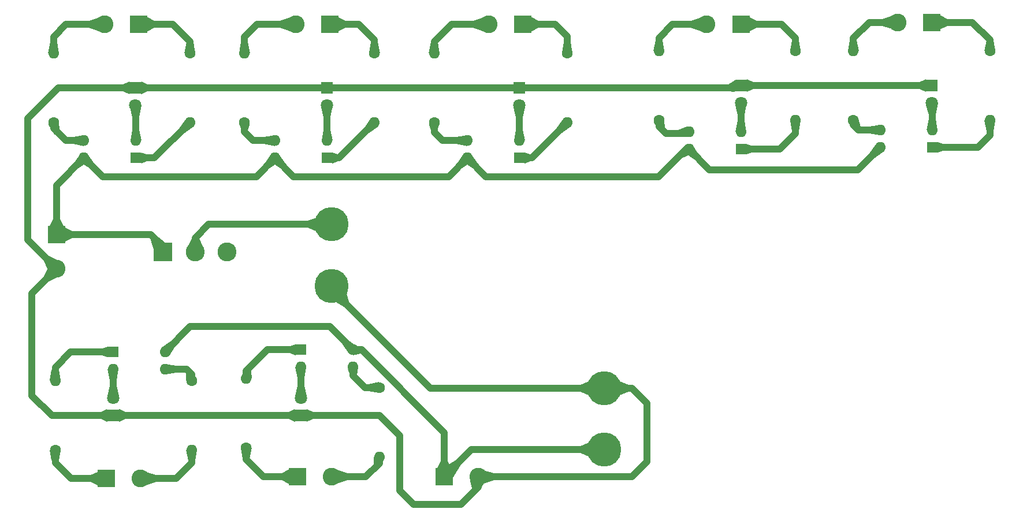
<source format=gbr>
%TF.GenerationSoftware,KiCad,Pcbnew,8.0.1*%
%TF.CreationDate,2024-09-29T00:08:18-03:00*%
%TF.ProjectId,placa de interface clp,706c6163-6120-4646-9520-696e74657266,rev?*%
%TF.SameCoordinates,Original*%
%TF.FileFunction,Copper,L1,Top*%
%TF.FilePolarity,Positive*%
%FSLAX46Y46*%
G04 Gerber Fmt 4.6, Leading zero omitted, Abs format (unit mm)*
G04 Created by KiCad (PCBNEW 8.0.1) date 2024-09-29 00:08:18*
%MOMM*%
%LPD*%
G01*
G04 APERTURE LIST*
%TA.AperFunction,ComponentPad*%
%ADD10C,1.600000*%
%TD*%
%TA.AperFunction,ComponentPad*%
%ADD11O,1.600000X1.600000*%
%TD*%
%TA.AperFunction,ComponentPad*%
%ADD12R,1.600000X1.600000*%
%TD*%
%TA.AperFunction,ComponentPad*%
%ADD13C,5.000000*%
%TD*%
%TA.AperFunction,ComponentPad*%
%ADD14R,2.775000X2.775000*%
%TD*%
%TA.AperFunction,ComponentPad*%
%ADD15C,2.775000*%
%TD*%
%TA.AperFunction,ComponentPad*%
%ADD16R,1.800000X1.800000*%
%TD*%
%TA.AperFunction,ComponentPad*%
%ADD17C,1.800000*%
%TD*%
%TA.AperFunction,ComponentPad*%
%ADD18R,2.600000X2.600000*%
%TD*%
%TA.AperFunction,ComponentPad*%
%ADD19C,2.600000*%
%TD*%
%TA.AperFunction,Conductor*%
%ADD20C,1.016000*%
%TD*%
G04 APERTURE END LIST*
D10*
%TO.P,R4,1*%
%TO.N,Net-(R4-Pad1)*%
X104000000Y-129920000D03*
D11*
%TO.P,R4,2*%
%TO.N,/ESP_SIG_4*%
X104000000Y-140080000D03*
%TD*%
D12*
%TO.P,U7,1*%
%TO.N,Net-(R9-Pad2)*%
X124540000Y-96275000D03*
D11*
%TO.P,U7,2*%
%TO.N,Net-(D5-A)*%
X124540000Y-93735000D03*
%TO.P,U7,3*%
%TO.N,Net-(R10-Pad1)*%
X116920000Y-93735000D03*
%TO.P,U7,4*%
%TO.N,+24V*%
X116920000Y-96275000D03*
%TD*%
D13*
%TO.P,H1,1,1*%
%TO.N,/IN+*%
X97000000Y-106000000D03*
%TD*%
D12*
%TO.P,U8,1*%
%TO.N,Net-(R11-Pad2)*%
X65000000Y-124685000D03*
D11*
%TO.P,U8,2*%
%TO.N,Net-(D6-A)*%
X65000000Y-127225000D03*
%TO.P,U8,3*%
%TO.N,Net-(R12-Pad1)*%
X72620000Y-127225000D03*
%TO.P,U8,4*%
%TO.N,+5V*%
X72620000Y-124685000D03*
%TD*%
D14*
%TO.P,SW1,1,B*%
%TO.N,+24V*%
X72300000Y-110000000D03*
D15*
%TO.P,SW1,2,C*%
%TO.N,/IN+*%
X77000000Y-110000000D03*
%TO.P,SW1,3,A*%
%TO.N,unconnected-(SW1-A-Pad3)*%
X81700000Y-110000000D03*
%TD*%
D10*
%TO.P,R7,1*%
%TO.N,/ESP_SIG_2*%
X103300000Y-80920000D03*
D11*
%TO.P,R7,2*%
%TO.N,Net-(R7-Pad2)*%
X103300000Y-91080000D03*
%TD*%
D16*
%TO.P,D5,1,K*%
%TO.N,Earth*%
X124550000Y-86000000D03*
D17*
%TO.P,D5,2,A*%
%TO.N,Net-(D5-A)*%
X124550000Y-88540000D03*
%TD*%
D12*
%TO.P,U4,1*%
%TO.N,Net-(R3-Pad2)*%
X92500000Y-124380000D03*
D11*
%TO.P,U4,2*%
%TO.N,Net-(D2-A)*%
X92500000Y-126920000D03*
%TO.P,U4,3*%
%TO.N,Net-(R4-Pad1)*%
X100120000Y-126920000D03*
%TO.P,U4,4*%
%TO.N,+5V*%
X100120000Y-124380000D03*
%TD*%
D10*
%TO.P,R13,1*%
%TO.N,/ESP_SIG_7*%
X193500000Y-80615000D03*
D11*
%TO.P,R13,2*%
%TO.N,Net-(R13-Pad2)*%
X193500000Y-90775000D03*
%TD*%
D10*
%TO.P,R11,1*%
%TO.N,/CLP_SIG_5*%
X56500000Y-139040000D03*
D11*
%TO.P,R11,2*%
%TO.N,Net-(R11-Pad2)*%
X56500000Y-128880000D03*
%TD*%
D10*
%TO.P,R14,1*%
%TO.N,Net-(R14-Pad1)*%
X173500000Y-90775000D03*
D11*
%TO.P,R14,2*%
%TO.N,/CLP_SIG_7*%
X173500000Y-80615000D03*
%TD*%
D12*
%TO.P,U1,1*%
%TO.N,Net-(R1-Pad2)*%
X68350000Y-96275000D03*
D11*
%TO.P,U1,2*%
%TO.N,Net-(D1-A)*%
X68350000Y-93735000D03*
%TO.P,U1,3*%
%TO.N,Net-(R2-Pad1)*%
X60730000Y-93735000D03*
%TO.P,U1,4*%
%TO.N,+24V*%
X60730000Y-96275000D03*
%TD*%
D18*
%TO.P,J10,1,Pin_1*%
%TO.N,/CLP_SIG_5*%
X64000000Y-143265000D03*
D19*
%TO.P,J10,2,Pin_2*%
%TO.N,/ESP_SIG_5*%
X69000000Y-143265000D03*
%TD*%
D16*
%TO.P,D4,1,K*%
%TO.N,Earth*%
X96300000Y-86000000D03*
D17*
%TO.P,D4,2,A*%
%TO.N,Net-(D4-A)*%
X96300000Y-88540000D03*
%TD*%
D10*
%TO.P,R2,1*%
%TO.N,Net-(R2-Pad1)*%
X56250000Y-91080000D03*
D11*
%TO.P,R2,2*%
%TO.N,/CLP_SIG_1*%
X56250000Y-80920000D03*
%TD*%
D10*
%TO.P,R10,1*%
%TO.N,Net-(R10-Pad1)*%
X112050000Y-91080000D03*
D11*
%TO.P,R10,2*%
%TO.N,/CLP_SIG_3*%
X112050000Y-80920000D03*
%TD*%
D16*
%TO.P,D6,1,K*%
%TO.N,Earth*%
X65000000Y-134000000D03*
D17*
%TO.P,D6,2,A*%
%TO.N,Net-(D6-A)*%
X65000000Y-131460000D03*
%TD*%
D13*
%TO.P,H3,1,1*%
%TO.N,Earth*%
X137000000Y-130000000D03*
%TD*%
D16*
%TO.P,D7,1,K*%
%TO.N,Earth*%
X185000000Y-85655000D03*
D17*
%TO.P,D7,2,A*%
%TO.N,Net-(D7-A)*%
X185000000Y-88195000D03*
%TD*%
D18*
%TO.P,J6,1,Pin_1*%
%TO.N,/ESP_SIG_6*%
X157000000Y-76695000D03*
D19*
%TO.P,J6,2,Pin_2*%
%TO.N,/CLP_SIG_6*%
X152000000Y-76695000D03*
%TD*%
D13*
%TO.P,H4,1,1*%
%TO.N,+5V*%
X137000000Y-139000000D03*
%TD*%
D18*
%TO.P,J5,1,Pin_1*%
%TO.N,/CLP_SIG_4*%
X92000000Y-142960000D03*
D19*
%TO.P,J5,2,Pin_2*%
%TO.N,/ESP_SIG_4*%
X97000000Y-142960000D03*
%TD*%
D10*
%TO.P,R1,1*%
%TO.N,/ESP_SIG_1*%
X76250000Y-80920000D03*
D11*
%TO.P,R1,2*%
%TO.N,Net-(R1-Pad2)*%
X76250000Y-91080000D03*
%TD*%
D10*
%TO.P,R9,1*%
%TO.N,/ESP_SIG_3*%
X131550000Y-80920000D03*
D11*
%TO.P,R9,2*%
%TO.N,Net-(R9-Pad2)*%
X131550000Y-91080000D03*
%TD*%
D12*
%TO.P,U9,1*%
%TO.N,Net-(R13-Pad2)*%
X185050000Y-94720000D03*
D11*
%TO.P,U9,2*%
%TO.N,Net-(D7-A)*%
X185050000Y-92180000D03*
%TO.P,U9,3*%
%TO.N,Net-(R14-Pad1)*%
X177430000Y-92180000D03*
%TO.P,U9,4*%
%TO.N,+24V*%
X177430000Y-94720000D03*
%TD*%
D18*
%TO.P,J7,1,Pin_1*%
%TO.N,/ESP_SIG_1*%
X68750000Y-76695000D03*
D19*
%TO.P,J7,2,Pin_2*%
%TO.N,/CLP_SIG_1*%
X63750000Y-76695000D03*
%TD*%
D10*
%TO.P,R3,1*%
%TO.N,/CLP_SIG_4*%
X84500000Y-138735000D03*
D11*
%TO.P,R3,2*%
%TO.N,Net-(R3-Pad2)*%
X84500000Y-128575000D03*
%TD*%
D10*
%TO.P,R8,1*%
%TO.N,Net-(R8-Pad1)*%
X84250000Y-91080000D03*
D11*
%TO.P,R8,2*%
%TO.N,/CLP_SIG_2*%
X84250000Y-80920000D03*
%TD*%
D18*
%TO.P,J9,1,Pin_1*%
%TO.N,/ESP_SIG_3*%
X125050000Y-76695000D03*
D19*
%TO.P,J9,2,Pin_2*%
%TO.N,/CLP_SIG_3*%
X120050000Y-76695000D03*
%TD*%
D13*
%TO.P,H2,1,1*%
%TO.N,Earth*%
X97000000Y-115000000D03*
%TD*%
D12*
%TO.P,U5,1*%
%TO.N,Net-(R5-Pad2)*%
X157000000Y-94970000D03*
D11*
%TO.P,U5,2*%
%TO.N,Net-(D3-A)*%
X157000000Y-92430000D03*
%TO.P,U5,3*%
%TO.N,Net-(R6-Pad1)*%
X149380000Y-92430000D03*
%TO.P,U5,4*%
%TO.N,+24V*%
X149380000Y-94970000D03*
%TD*%
D18*
%TO.P,J8,1,Pin_1*%
%TO.N,/ESP_SIG_2*%
X96750000Y-76695000D03*
D19*
%TO.P,J8,2,Pin_2*%
%TO.N,/CLP_SIG_2*%
X91750000Y-76695000D03*
%TD*%
D16*
%TO.P,D2,1,K*%
%TO.N,Earth*%
X92500000Y-134000000D03*
D17*
%TO.P,D2,2,A*%
%TO.N,Net-(D2-A)*%
X92500000Y-131460000D03*
%TD*%
D10*
%TO.P,R5,1*%
%TO.N,/ESP_SIG_6*%
X165000000Y-80615000D03*
D11*
%TO.P,R5,2*%
%TO.N,Net-(R5-Pad2)*%
X165000000Y-90775000D03*
%TD*%
D16*
%TO.P,D3,1,K*%
%TO.N,Earth*%
X157000000Y-85655000D03*
D17*
%TO.P,D3,2,A*%
%TO.N,Net-(D3-A)*%
X157000000Y-88195000D03*
%TD*%
D12*
%TO.P,U6,1*%
%TO.N,Net-(R7-Pad2)*%
X96350000Y-96275000D03*
D11*
%TO.P,U6,2*%
%TO.N,Net-(D4-A)*%
X96350000Y-93735000D03*
%TO.P,U6,3*%
%TO.N,Net-(R8-Pad1)*%
X88730000Y-93735000D03*
%TO.P,U6,4*%
%TO.N,+24V*%
X88730000Y-96275000D03*
%TD*%
D10*
%TO.P,R12,1*%
%TO.N,Net-(R12-Pad1)*%
X76500000Y-128880000D03*
D11*
%TO.P,R12,2*%
%TO.N,/ESP_SIG_5*%
X76500000Y-139040000D03*
%TD*%
D10*
%TO.P,R6,1*%
%TO.N,Net-(R6-Pad1)*%
X145000000Y-90775000D03*
D11*
%TO.P,R6,2*%
%TO.N,/CLP_SIG_6*%
X145000000Y-80615000D03*
%TD*%
D18*
%TO.P,J11,1,Pin_1*%
%TO.N,/ESP_SIG_7*%
X185000000Y-76390000D03*
D19*
%TO.P,J11,2,Pin_2*%
%TO.N,/CLP_SIG_7*%
X180000000Y-76390000D03*
%TD*%
D16*
%TO.P,D1,1,K*%
%TO.N,Earth*%
X68250000Y-86000000D03*
D17*
%TO.P,D1,2,A*%
%TO.N,Net-(D1-A)*%
X68250000Y-88540000D03*
%TD*%
D18*
%TO.P,J4,1,Pin_1*%
%TO.N,+5V*%
X113500000Y-143000000D03*
D19*
%TO.P,J4,2,Pin_2*%
%TO.N,Earth*%
X118500000Y-143000000D03*
%TD*%
D18*
%TO.P,J1,1,Pin_1*%
%TO.N,+24V*%
X56695000Y-107500000D03*
D19*
%TO.P,J1,2,Pin_2*%
%TO.N,Earth*%
X56695000Y-112500000D03*
%TD*%
D20*
%TO.N,Net-(D1-A)*%
X68350000Y-93735000D02*
X68350000Y-88640000D01*
X68350000Y-88640000D02*
X68250000Y-88540000D01*
%TO.N,Earth*%
X141000000Y-130000000D02*
X137000000Y-130000000D01*
X118500000Y-144508000D02*
X116008000Y-147000000D01*
X52492000Y-108297000D02*
X52492000Y-90508000D01*
X53097500Y-131097500D02*
X53097500Y-116097500D01*
X97000000Y-115500000D02*
X111500000Y-130000000D01*
X56000000Y-134000000D02*
X53097500Y-131097500D01*
X157000000Y-85655000D02*
X156655000Y-86000000D01*
X65000000Y-134000000D02*
X56000000Y-134000000D01*
X107000000Y-137000000D02*
X104000000Y-134000000D01*
X143231601Y-132231601D02*
X141000000Y-130000000D01*
X56695000Y-112500000D02*
X52492000Y-108297000D01*
X56695000Y-112500000D02*
X53097500Y-116097500D01*
X111500000Y-130000000D02*
X137000000Y-130000000D01*
X156655000Y-86000000D02*
X68250000Y-86000000D01*
X109000000Y-147000000D02*
X107000000Y-145000000D01*
X92500000Y-134000000D02*
X64500000Y-134000000D01*
X107000000Y-145000000D02*
X107000000Y-137000000D01*
X57000000Y-86000000D02*
X68250000Y-86000000D01*
X118500000Y-143000000D02*
X118500000Y-144508000D01*
X97000000Y-115000000D02*
X97000000Y-115500000D01*
X52492000Y-90508000D02*
X57000000Y-86000000D01*
X116008000Y-147000000D02*
X109000000Y-147000000D01*
X141000000Y-143000000D02*
X143231601Y-140768399D01*
X143231601Y-140768399D02*
X143231601Y-132231601D01*
X185000000Y-85655000D02*
X157000000Y-85655000D01*
X118500000Y-143000000D02*
X141000000Y-143000000D01*
X104000000Y-134000000D02*
X92500000Y-134000000D01*
%TO.N,Net-(D2-A)*%
X92500000Y-131460000D02*
X92500000Y-126920000D01*
%TO.N,Net-(D3-A)*%
X157000000Y-92430000D02*
X157000000Y-88195000D01*
%TO.N,Net-(D4-A)*%
X96350000Y-88590000D02*
X96300000Y-88540000D01*
X96350000Y-93735000D02*
X96350000Y-88590000D01*
%TO.N,Net-(D5-A)*%
X124550000Y-88620000D02*
X124470000Y-88540000D01*
X124540000Y-93735000D02*
X124550000Y-93725000D01*
X124550000Y-93725000D02*
X124550000Y-88620000D01*
%TO.N,Net-(D6-A)*%
X65000000Y-127225000D02*
X65000000Y-131460000D01*
%TO.N,Net-(D7-A)*%
X185050000Y-88245000D02*
X185000000Y-88195000D01*
X185050000Y-92180000D02*
X185050000Y-88245000D01*
%TO.N,+24V*%
X56695000Y-100310000D02*
X60730000Y-96275000D01*
X56695000Y-107500000D02*
X56695000Y-100310000D01*
X174150000Y-98000000D02*
X177430000Y-94720000D01*
X149380000Y-94970000D02*
X148970000Y-94970000D01*
X114195000Y-99000000D02*
X91455000Y-99000000D01*
X91455000Y-99000000D02*
X88730000Y-96275000D01*
X72300000Y-109300000D02*
X72300000Y-110000000D01*
X56695000Y-107500000D02*
X70500000Y-107500000D01*
X60730000Y-96275000D02*
X63455000Y-99000000D01*
X86005000Y-99000000D02*
X88730000Y-96275000D01*
X70500000Y-107500000D02*
X72300000Y-109300000D01*
X63455000Y-99000000D02*
X86005000Y-99000000D01*
X148970000Y-94970000D02*
X144940000Y-99000000D01*
X152410000Y-98000000D02*
X174150000Y-98000000D01*
X116920000Y-96275000D02*
X114195000Y-99000000D01*
X149380000Y-94970000D02*
X152410000Y-98000000D01*
X144940000Y-99000000D02*
X119645000Y-99000000D01*
X119645000Y-99000000D02*
X116920000Y-96275000D01*
%TO.N,/IN+*%
X77000000Y-108000000D02*
X79000000Y-106000000D01*
X77000000Y-110000000D02*
X77000000Y-108000000D01*
X79000000Y-106000000D02*
X97000000Y-106000000D01*
%TO.N,+5V*%
X117500000Y-139000000D02*
X113500000Y-143000000D01*
X76305000Y-121000000D02*
X72620000Y-124685000D01*
X100120000Y-124380000D02*
X101380000Y-124380000D01*
X113500000Y-136500000D02*
X113500000Y-143000000D01*
X100120000Y-124380000D02*
X96740000Y-121000000D01*
X96740000Y-121000000D02*
X76305000Y-121000000D01*
X137000000Y-139000000D02*
X117500000Y-139000000D01*
X101380000Y-124380000D02*
X113500000Y-136500000D01*
%TO.N,/CLP_SIG_4*%
X87000000Y-142960000D02*
X84500000Y-140460000D01*
X84500000Y-140460000D02*
X84500000Y-138735000D01*
X92000000Y-142960000D02*
X87000000Y-142960000D01*
%TO.N,/ESP_SIG_4*%
X97040000Y-143000000D02*
X97000000Y-142960000D01*
X104000000Y-140080000D02*
X104000000Y-141000000D01*
X104000000Y-141000000D02*
X102000000Y-143000000D01*
X102000000Y-143000000D02*
X97040000Y-143000000D01*
%TO.N,/CLP_SIG_6*%
X145000000Y-80615000D02*
X145000000Y-78695000D01*
X145000000Y-78695000D02*
X147000000Y-76695000D01*
X147000000Y-76695000D02*
X152000000Y-76695000D01*
%TO.N,/ESP_SIG_6*%
X165000000Y-78695000D02*
X165000000Y-80615000D01*
X157000000Y-76695000D02*
X163000000Y-76695000D01*
X163000000Y-76695000D02*
X165000000Y-78695000D01*
%TO.N,/CLP_SIG_1*%
X58105000Y-76695000D02*
X56250000Y-78550000D01*
X63750000Y-76695000D02*
X58105000Y-76695000D01*
X56250000Y-78550000D02*
X56250000Y-80920000D01*
%TO.N,/ESP_SIG_1*%
X73745000Y-76695000D02*
X68750000Y-76695000D01*
X76250000Y-80920000D02*
X76250000Y-79200000D01*
X76250000Y-79200000D02*
X73745000Y-76695000D01*
%TO.N,/ESP_SIG_2*%
X96750000Y-76695000D02*
X100995000Y-76695000D01*
X103300000Y-79000000D02*
X103300000Y-80920000D01*
X100995000Y-76695000D02*
X103300000Y-79000000D01*
%TO.N,/CLP_SIG_2*%
X84250000Y-78550000D02*
X84250000Y-80920000D01*
X91750000Y-76695000D02*
X86105000Y-76695000D01*
X86105000Y-76695000D02*
X84250000Y-78550000D01*
%TO.N,/CLP_SIG_3*%
X120050000Y-76695000D02*
X114605000Y-76695000D01*
X114605000Y-76695000D02*
X112050000Y-79250000D01*
X112050000Y-79250000D02*
X112050000Y-80920000D01*
%TO.N,/ESP_SIG_3*%
X125050000Y-76695000D02*
X129745000Y-76695000D01*
X129745000Y-76695000D02*
X131550000Y-78500000D01*
X131550000Y-78500000D02*
X131550000Y-80920000D01*
%TO.N,/ESP_SIG_5*%
X74195000Y-143265000D02*
X69000000Y-143265000D01*
X76500000Y-140960000D02*
X74195000Y-143265000D01*
X76500000Y-139040000D02*
X76500000Y-140960000D01*
%TO.N,/CLP_SIG_5*%
X56500000Y-139040000D02*
X56500000Y-140960000D01*
X58805000Y-143265000D02*
X64000000Y-143265000D01*
X56500000Y-140960000D02*
X58805000Y-143265000D01*
%TO.N,/CLP_SIG_7*%
X173500000Y-78695000D02*
X175805000Y-76390000D01*
X175805000Y-76390000D02*
X180000000Y-76390000D01*
X173500000Y-80615000D02*
X173500000Y-78695000D01*
%TO.N,/ESP_SIG_7*%
X190945000Y-76390000D02*
X193500000Y-78945000D01*
X193500000Y-78945000D02*
X193500000Y-80615000D01*
X185000000Y-76390000D02*
X190945000Y-76390000D01*
%TO.N,Net-(R1-Pad2)*%
X71055000Y-96275000D02*
X76250000Y-91080000D01*
X68350000Y-96275000D02*
X71055000Y-96275000D01*
%TO.N,Net-(R2-Pad1)*%
X58035000Y-93735000D02*
X56250000Y-91950000D01*
X56250000Y-91950000D02*
X56250000Y-91080000D01*
X60730000Y-93735000D02*
X58035000Y-93735000D01*
%TO.N,Net-(R3-Pad2)*%
X87580000Y-124380000D02*
X84500000Y-127460000D01*
X84500000Y-127460000D02*
X84500000Y-128575000D01*
X92500000Y-124380000D02*
X87580000Y-124380000D01*
%TO.N,Net-(R4-Pad1)*%
X100120000Y-128120000D02*
X101920000Y-129920000D01*
X100120000Y-126920000D02*
X100120000Y-128120000D01*
X101920000Y-129920000D02*
X104000000Y-129920000D01*
%TO.N,Net-(R5-Pad2)*%
X162725000Y-94970000D02*
X165000000Y-92695000D01*
X157000000Y-94970000D02*
X162725000Y-94970000D01*
X165000000Y-92695000D02*
X165000000Y-90775000D01*
%TO.N,Net-(R6-Pad1)*%
X145000000Y-91695000D02*
X145000000Y-90775000D01*
X149115000Y-92695000D02*
X146000000Y-92695000D01*
X146000000Y-92695000D02*
X145000000Y-91695000D01*
X149380000Y-92430000D02*
X149115000Y-92695000D01*
%TO.N,Net-(R7-Pad2)*%
X96350000Y-96275000D02*
X98105000Y-96275000D01*
X98105000Y-96275000D02*
X103300000Y-91080000D01*
%TO.N,Net-(R8-Pad1)*%
X85535000Y-93735000D02*
X88730000Y-93735000D01*
X84250000Y-92450000D02*
X85535000Y-93735000D01*
X84250000Y-91080000D02*
X84250000Y-92450000D01*
%TO.N,Net-(R9-Pad2)*%
X126355000Y-96275000D02*
X131550000Y-91080000D01*
X124540000Y-96275000D02*
X126355000Y-96275000D01*
%TO.N,Net-(R10-Pad1)*%
X116920000Y-93735000D02*
X113285000Y-93735000D01*
X112050000Y-92500000D02*
X112050000Y-91080000D01*
X113285000Y-93735000D02*
X112050000Y-92500000D01*
%TO.N,Net-(R11-Pad2)*%
X56500000Y-126960000D02*
X56500000Y-128880000D01*
X65000000Y-124685000D02*
X58775000Y-124685000D01*
X58775000Y-124685000D02*
X56500000Y-126960000D01*
%TO.N,Net-(R12-Pad1)*%
X76500000Y-127960000D02*
X75765000Y-127225000D01*
X75765000Y-127225000D02*
X72620000Y-127225000D01*
X76500000Y-128880000D02*
X76500000Y-127960000D01*
%TO.N,Net-(R13-Pad2)*%
X185050000Y-94720000D02*
X191725000Y-94720000D01*
X193500000Y-92945000D02*
X193500000Y-90775000D01*
X191725000Y-94720000D02*
X193500000Y-92945000D01*
%TO.N,Net-(R14-Pad1)*%
X173500000Y-91445000D02*
X173500000Y-90775000D01*
X174250000Y-92195000D02*
X173500000Y-91445000D01*
X177430000Y-92180000D02*
X174265000Y-92180000D01*
X174265000Y-92180000D02*
X174250000Y-92195000D01*
%TD*%
%TA.AperFunction,Conductor*%
%TO.N,+24V*%
G36*
X88172624Y-95717868D02*
G01*
X88174234Y-95719209D01*
X88730707Y-96274293D01*
X88730727Y-96274313D01*
X89285790Y-96830765D01*
X89289207Y-96839043D01*
X89285770Y-96847311D01*
X89284160Y-96848652D01*
X87965866Y-97760031D01*
X87957112Y-97761917D01*
X87950940Y-97758680D01*
X87246319Y-97054059D01*
X87242892Y-97045786D01*
X87244966Y-97039136D01*
X88156348Y-95720837D01*
X88163870Y-95715982D01*
X88172624Y-95717868D01*
G37*
%TD.AperFunction*%
%TD*%
%TA.AperFunction,Conductor*%
%TO.N,Earth*%
G36*
X67355636Y-85105630D02*
G01*
X68242712Y-85991722D01*
X68246143Y-85999994D01*
X68242721Y-86008269D01*
X68242712Y-86008278D01*
X67355636Y-86894369D01*
X67347361Y-86897791D01*
X67342695Y-86896818D01*
X66457028Y-86511061D01*
X66450811Y-86504615D01*
X66450000Y-86500334D01*
X66450000Y-85499665D01*
X66453427Y-85491392D01*
X66457024Y-85488940D01*
X67342696Y-85103180D01*
X67351648Y-85103019D01*
X67355636Y-85105630D01*
G37*
%TD.AperFunction*%
%TD*%
%TA.AperFunction,Conductor*%
%TO.N,Net-(D6-A)*%
G36*
X65785990Y-127224982D02*
G01*
X65794257Y-127228419D01*
X65797674Y-127236697D01*
X65797484Y-127238783D01*
X65509752Y-128815401D01*
X65504895Y-128822924D01*
X65498242Y-128825000D01*
X64501758Y-128825000D01*
X64493485Y-128821573D01*
X64490248Y-128815401D01*
X64202515Y-127238783D01*
X64204401Y-127230029D01*
X64211924Y-127225172D01*
X64214004Y-127224982D01*
X65000000Y-127224000D01*
X65785990Y-127224982D01*
G37*
%TD.AperFunction*%
%TD*%
%TA.AperFunction,Conductor*%
%TO.N,/CLP_SIG_6*%
G36*
X151201259Y-75698205D02*
G01*
X151205108Y-75701330D01*
X151995141Y-76687686D01*
X151997638Y-76696285D01*
X151995141Y-76702314D01*
X151205108Y-77688669D01*
X151197261Y-77692984D01*
X151192330Y-77692472D01*
X151180735Y-77688669D01*
X150897416Y-77595742D01*
X149708054Y-77205641D01*
X149701261Y-77199807D01*
X149700000Y-77194524D01*
X149700000Y-76195475D01*
X149703427Y-76187202D01*
X149708052Y-76184358D01*
X151192332Y-75697527D01*
X151201259Y-75698205D01*
G37*
%TD.AperFunction*%
%TD*%
%TA.AperFunction,Conductor*%
%TO.N,+24V*%
G36*
X148822598Y-94412577D02*
G01*
X148822599Y-94412578D01*
X149379048Y-94967638D01*
X149381600Y-94971456D01*
X149681659Y-95698234D01*
X149681648Y-95707189D01*
X149675309Y-95713514D01*
X149675255Y-95713536D01*
X148450808Y-96211876D01*
X148441853Y-96211821D01*
X148438124Y-96209312D01*
X147733457Y-95504645D01*
X147730030Y-95496372D01*
X147733444Y-95488112D01*
X148806054Y-94412598D01*
X148814320Y-94409161D01*
X148822598Y-94412577D01*
G37*
%TD.AperFunction*%
%TD*%
%TA.AperFunction,Conductor*%
%TO.N,Net-(R9-Pad2)*%
G36*
X130992624Y-90522868D02*
G01*
X130994234Y-90524209D01*
X131550707Y-91079293D01*
X131550727Y-91079313D01*
X132105790Y-91635765D01*
X132109207Y-91644043D01*
X132105770Y-91652311D01*
X132104160Y-91653652D01*
X130785866Y-92565031D01*
X130777112Y-92566917D01*
X130770940Y-92563680D01*
X130066319Y-91859059D01*
X130062892Y-91850786D01*
X130064966Y-91844136D01*
X130976348Y-90525837D01*
X130983870Y-90520982D01*
X130992624Y-90522868D01*
G37*
%TD.AperFunction*%
%TD*%
%TA.AperFunction,Conductor*%
%TO.N,/CLP_SIG_1*%
G36*
X62951259Y-75698205D02*
G01*
X62955108Y-75701330D01*
X63745141Y-76687686D01*
X63747638Y-76696285D01*
X63745141Y-76702314D01*
X62955108Y-77688669D01*
X62947261Y-77692984D01*
X62942330Y-77692472D01*
X62930735Y-77688669D01*
X62647416Y-77595742D01*
X61458054Y-77205641D01*
X61451261Y-77199807D01*
X61450000Y-77194524D01*
X61450000Y-76195475D01*
X61453427Y-76187202D01*
X61458052Y-76184358D01*
X62942332Y-75697527D01*
X62951259Y-75698205D01*
G37*
%TD.AperFunction*%
%TD*%
%TA.AperFunction,Conductor*%
%TO.N,Net-(R5-Pad2)*%
G36*
X157807002Y-94172555D02*
G01*
X158592313Y-94459194D01*
X158598908Y-94465249D01*
X158600000Y-94470184D01*
X158600000Y-95469815D01*
X158596573Y-95478088D01*
X158592312Y-95480806D01*
X157807003Y-95767443D01*
X157798056Y-95767060D01*
X157794723Y-95764730D01*
X157510444Y-95480806D01*
X157007287Y-94978277D01*
X157003856Y-94970007D01*
X157007278Y-94961732D01*
X157007288Y-94961722D01*
X157794725Y-94175268D01*
X157802998Y-94171847D01*
X157807002Y-94172555D01*
G37*
%TD.AperFunction*%
%TD*%
%TA.AperFunction,Conductor*%
%TO.N,Net-(D5-A)*%
G36*
X125056457Y-92140416D02*
G01*
X125059706Y-92146656D01*
X125337579Y-93721284D01*
X125335642Y-93730027D01*
X125328090Y-93734839D01*
X125326072Y-93735017D01*
X124540015Y-93735999D01*
X124539985Y-93735999D01*
X123754100Y-93735017D01*
X123745832Y-93731580D01*
X123742415Y-93723302D01*
X123742619Y-93721144D01*
X124040201Y-92146516D01*
X124045104Y-92139023D01*
X124051697Y-92136989D01*
X125048184Y-92136989D01*
X125056457Y-92140416D01*
G37*
%TD.AperFunction*%
%TD*%
%TA.AperFunction,Conductor*%
%TO.N,Net-(D1-A)*%
G36*
X68856515Y-92138427D02*
G01*
X68859752Y-92144599D01*
X69147484Y-93721216D01*
X69145598Y-93729970D01*
X69138075Y-93734827D01*
X69135989Y-93735017D01*
X68350015Y-93735999D01*
X68349985Y-93735999D01*
X67564010Y-93735017D01*
X67555742Y-93731580D01*
X67552325Y-93723302D01*
X67552514Y-93721222D01*
X67840248Y-92144598D01*
X67845105Y-92137076D01*
X67851758Y-92135000D01*
X68848242Y-92135000D01*
X68856515Y-92138427D01*
G37*
%TD.AperFunction*%
%TD*%
%TA.AperFunction,Conductor*%
%TO.N,/CLP_SIG_2*%
G36*
X90951259Y-75698205D02*
G01*
X90955108Y-75701330D01*
X91745141Y-76687686D01*
X91747638Y-76696285D01*
X91745141Y-76702314D01*
X90955108Y-77688669D01*
X90947261Y-77692984D01*
X90942330Y-77692472D01*
X90930735Y-77688669D01*
X90647416Y-77595742D01*
X89458054Y-77205641D01*
X89451261Y-77199807D01*
X89450000Y-77194524D01*
X89450000Y-76195475D01*
X89453427Y-76187202D01*
X89458052Y-76184358D01*
X90942332Y-75697527D01*
X90951259Y-75698205D01*
G37*
%TD.AperFunction*%
%TD*%
%TA.AperFunction,Conductor*%
%TO.N,/IN+*%
G36*
X94729384Y-105001930D02*
G01*
X94729496Y-105001978D01*
X96976619Y-105989288D01*
X96982815Y-105995754D01*
X96982625Y-106004706D01*
X96976619Y-106010712D01*
X94729496Y-106998021D01*
X94720544Y-106998211D01*
X94720429Y-106998166D01*
X93507339Y-106510947D01*
X93500940Y-106504684D01*
X93500000Y-106500090D01*
X93500000Y-105499909D01*
X93503427Y-105491636D01*
X93507337Y-105489053D01*
X94720430Y-105001833D01*
X94729384Y-105001930D01*
G37*
%TD.AperFunction*%
%TD*%
%TA.AperFunction,Conductor*%
%TO.N,Net-(R12-Pad1)*%
G36*
X72633778Y-126427514D02*
G01*
X74210401Y-126715248D01*
X74217924Y-126720105D01*
X74220000Y-126726758D01*
X74220000Y-127723241D01*
X74216573Y-127731514D01*
X74210401Y-127734751D01*
X72633783Y-128022484D01*
X72625029Y-128020598D01*
X72620172Y-128013075D01*
X72619982Y-128010989D01*
X72619622Y-127723241D01*
X72619000Y-127225000D01*
X72619982Y-126439008D01*
X72623419Y-126430742D01*
X72631697Y-126427325D01*
X72633778Y-126427514D01*
G37*
%TD.AperFunction*%
%TD*%
%TA.AperFunction,Conductor*%
%TO.N,Earth*%
G36*
X134729384Y-129001930D02*
G01*
X134729496Y-129001978D01*
X136976619Y-129989288D01*
X136982815Y-129995754D01*
X136982625Y-130004706D01*
X136976619Y-130010712D01*
X134729496Y-130998021D01*
X134720544Y-130998211D01*
X134720429Y-130998166D01*
X133507339Y-130510947D01*
X133500940Y-130504684D01*
X133500000Y-130500090D01*
X133500000Y-129499909D01*
X133503427Y-129491636D01*
X133507337Y-129489053D01*
X134720430Y-129001833D01*
X134729384Y-129001930D01*
G37*
%TD.AperFunction*%
%TD*%
%TA.AperFunction,Conductor*%
%TO.N,+24V*%
G36*
X116362624Y-95717868D02*
G01*
X116364234Y-95719209D01*
X116920707Y-96274293D01*
X116920727Y-96274313D01*
X117475790Y-96830765D01*
X117479207Y-96839043D01*
X117475770Y-96847311D01*
X117474160Y-96848652D01*
X116155866Y-97760031D01*
X116147112Y-97761917D01*
X116140940Y-97758680D01*
X115436319Y-97054059D01*
X115432892Y-97045786D01*
X115434966Y-97039136D01*
X116346348Y-95720837D01*
X116353870Y-95715982D01*
X116362624Y-95717868D01*
G37*
%TD.AperFunction*%
%TD*%
%TA.AperFunction,Conductor*%
%TO.N,+24V*%
G36*
X57203990Y-105203427D02*
G01*
X57206215Y-105206535D01*
X57691788Y-106193472D01*
X57692366Y-106202408D01*
X57690566Y-106205767D01*
X56704276Y-107488931D01*
X56696518Y-107493402D01*
X56687870Y-107491077D01*
X56685724Y-107488931D01*
X55699433Y-106205767D01*
X55697108Y-106197119D01*
X55698209Y-106193476D01*
X56183785Y-105206535D01*
X56190512Y-105200624D01*
X56194283Y-105200000D01*
X57195717Y-105200000D01*
X57203990Y-105203427D01*
G37*
%TD.AperFunction*%
%TD*%
%TA.AperFunction,Conductor*%
%TO.N,Net-(R1-Pad2)*%
G36*
X69157002Y-95477555D02*
G01*
X69942313Y-95764194D01*
X69948908Y-95770249D01*
X69950000Y-95775184D01*
X69950000Y-96774815D01*
X69946573Y-96783088D01*
X69942312Y-96785806D01*
X69157003Y-97072443D01*
X69148056Y-97072060D01*
X69144723Y-97069730D01*
X68860444Y-96785806D01*
X68357287Y-96283277D01*
X68353856Y-96275007D01*
X68357278Y-96266732D01*
X68357288Y-96266722D01*
X69144725Y-95480268D01*
X69152998Y-95476847D01*
X69157002Y-95477555D01*
G37*
%TD.AperFunction*%
%TD*%
%TA.AperFunction,Conductor*%
%TO.N,/ESP_SIG_7*%
G36*
X194006515Y-79018427D02*
G01*
X194009752Y-79024599D01*
X194297484Y-80601216D01*
X194295598Y-80609970D01*
X194288075Y-80614827D01*
X194285989Y-80615017D01*
X193500015Y-80615999D01*
X193499985Y-80615999D01*
X192714010Y-80615017D01*
X192705742Y-80611580D01*
X192702325Y-80603302D01*
X192702514Y-80601222D01*
X192990248Y-79024598D01*
X192995105Y-79017076D01*
X193001758Y-79015000D01*
X193998242Y-79015000D01*
X194006515Y-79018427D01*
G37*
%TD.AperFunction*%
%TD*%
%TA.AperFunction,Conductor*%
%TO.N,/CLP_SIG_7*%
G36*
X174006515Y-79018427D02*
G01*
X174009752Y-79024599D01*
X174297484Y-80601216D01*
X174295598Y-80609970D01*
X174288075Y-80614827D01*
X174285989Y-80615017D01*
X173500015Y-80615999D01*
X173499985Y-80615999D01*
X172714010Y-80615017D01*
X172705742Y-80611580D01*
X172702325Y-80603302D01*
X172702514Y-80601222D01*
X172990248Y-79024598D01*
X172995105Y-79017076D01*
X173001758Y-79015000D01*
X173998242Y-79015000D01*
X174006515Y-79018427D01*
G37*
%TD.AperFunction*%
%TD*%
%TA.AperFunction,Conductor*%
%TO.N,Net-(R14-Pad1)*%
G36*
X177424970Y-91384401D02*
G01*
X177429827Y-91391924D01*
X177430017Y-91394010D01*
X177431000Y-92180000D01*
X177431000Y-92180030D01*
X177430017Y-92965989D01*
X177426580Y-92974257D01*
X177418302Y-92977674D01*
X177416216Y-92977484D01*
X175839599Y-92689751D01*
X175832076Y-92684894D01*
X175830000Y-92678241D01*
X175830000Y-91681758D01*
X175833427Y-91673485D01*
X175839598Y-91670248D01*
X177416217Y-91382515D01*
X177424970Y-91384401D01*
G37*
%TD.AperFunction*%
%TD*%
%TA.AperFunction,Conductor*%
%TO.N,/CLP_SIG_4*%
G36*
X85285990Y-138734982D02*
G01*
X85294257Y-138738419D01*
X85297674Y-138746697D01*
X85297484Y-138748783D01*
X85009752Y-140325401D01*
X85004895Y-140332924D01*
X84998242Y-140335000D01*
X84001758Y-140335000D01*
X83993485Y-140331573D01*
X83990248Y-140325401D01*
X83702515Y-138748783D01*
X83704401Y-138740029D01*
X83711924Y-138735172D01*
X83714004Y-138734982D01*
X84500000Y-138734000D01*
X85285990Y-138734982D01*
G37*
%TD.AperFunction*%
%TD*%
%TA.AperFunction,Conductor*%
%TO.N,Net-(R6-Pad1)*%
G36*
X149072089Y-91695291D02*
G01*
X149078282Y-91701554D01*
X149380101Y-92427836D01*
X149380997Y-92432341D01*
X149380014Y-93218109D01*
X149376577Y-93226377D01*
X149368299Y-93229794D01*
X149368110Y-93229792D01*
X147844207Y-93203200D01*
X147835995Y-93199630D01*
X147832711Y-93191502D01*
X147832711Y-92194923D01*
X147836138Y-92186650D01*
X147840066Y-92184059D01*
X149063135Y-91695180D01*
X149072089Y-91695291D01*
G37*
%TD.AperFunction*%
%TD*%
%TA.AperFunction,Conductor*%
%TO.N,Net-(R4-Pad1)*%
G36*
X103994970Y-129124401D02*
G01*
X103999827Y-129131924D01*
X104000017Y-129134010D01*
X104001000Y-129920000D01*
X104001000Y-129920030D01*
X104000017Y-130705989D01*
X103996580Y-130714257D01*
X103988302Y-130717674D01*
X103986216Y-130717484D01*
X102409599Y-130429751D01*
X102402076Y-130424894D01*
X102400000Y-130418241D01*
X102400000Y-129421758D01*
X102403427Y-129413485D01*
X102409598Y-129410248D01*
X103986217Y-129122515D01*
X103994970Y-129124401D01*
G37*
%TD.AperFunction*%
%TD*%
%TA.AperFunction,Conductor*%
%TO.N,Net-(D4-A)*%
G36*
X97185869Y-88539984D02*
G01*
X97194138Y-88543420D01*
X97197556Y-88551697D01*
X97197348Y-88553880D01*
X96859816Y-90320550D01*
X96854898Y-90328033D01*
X96848324Y-90330054D01*
X95851061Y-90330054D01*
X95842788Y-90326627D01*
X95839733Y-90321281D01*
X95471048Y-88894247D01*
X95472296Y-88885382D01*
X95477887Y-88880518D01*
X96297842Y-88539896D01*
X96302336Y-88539002D01*
X97185869Y-88539984D01*
G37*
%TD.AperFunction*%
%TD*%
%TA.AperFunction,Conductor*%
%TO.N,Net-(D2-A)*%
G36*
X93285990Y-126919982D02*
G01*
X93294257Y-126923419D01*
X93297674Y-126931697D01*
X93297484Y-126933783D01*
X93009752Y-128510401D01*
X93004895Y-128517924D01*
X92998242Y-128520000D01*
X92001758Y-128520000D01*
X91993485Y-128516573D01*
X91990248Y-128510401D01*
X91702515Y-126933783D01*
X91704401Y-126925029D01*
X91711924Y-126920172D01*
X91714004Y-126919982D01*
X92500000Y-126919000D01*
X93285990Y-126919982D01*
G37*
%TD.AperFunction*%
%TD*%
%TA.AperFunction,Conductor*%
%TO.N,Net-(R4-Pad1)*%
G36*
X100906552Y-126919988D02*
G01*
X100914822Y-126923422D01*
X100918242Y-126931698D01*
X100918128Y-126933317D01*
X100762596Y-128039757D01*
X100759283Y-128046401D01*
X100055820Y-128749864D01*
X100047547Y-128753291D01*
X100039274Y-128749864D01*
X100036804Y-128746226D01*
X99731965Y-128039757D01*
X99385593Y-127237034D01*
X99385463Y-127228082D01*
X99391702Y-127221657D01*
X99391847Y-127221596D01*
X100117133Y-126920190D01*
X100121630Y-126919295D01*
X100906552Y-126919988D01*
G37*
%TD.AperFunction*%
%TD*%
%TA.AperFunction,Conductor*%
%TO.N,Net-(R12-Pad1)*%
G36*
X76384263Y-127130618D02*
G01*
X76386058Y-127132931D01*
X77232240Y-128562259D01*
X77233506Y-128571124D01*
X77228132Y-128578287D01*
X77226662Y-128579023D01*
X76502868Y-128879808D01*
X76498368Y-128880704D01*
X75711248Y-128880009D01*
X75702978Y-128876575D01*
X75699567Y-128868760D01*
X75660154Y-127843484D01*
X75663260Y-127835087D01*
X75663546Y-127834790D01*
X76367718Y-127130617D01*
X76375990Y-127127191D01*
X76384263Y-127130618D01*
G37*
%TD.AperFunction*%
%TD*%
%TA.AperFunction,Conductor*%
%TO.N,Net-(R11-Pad2)*%
G36*
X64201943Y-123887939D02*
G01*
X64205274Y-123890268D01*
X64492276Y-124176911D01*
X64992711Y-124676722D01*
X64996143Y-124684993D01*
X64992721Y-124693268D01*
X64992711Y-124693278D01*
X64205276Y-125479730D01*
X64197001Y-125483152D01*
X64192996Y-125482443D01*
X63407688Y-125195806D01*
X63401092Y-125189750D01*
X63400000Y-125184815D01*
X63400000Y-124185184D01*
X63403427Y-124176911D01*
X63407684Y-124174195D01*
X64192997Y-123887556D01*
X64201943Y-123887939D01*
G37*
%TD.AperFunction*%
%TD*%
%TA.AperFunction,Conductor*%
%TO.N,Net-(D5-A)*%
G36*
X125372430Y-88880650D02*
G01*
X125378756Y-88886989D01*
X125379363Y-88893993D01*
X125060036Y-90330838D01*
X125054896Y-90338171D01*
X125048615Y-90340000D01*
X124051385Y-90340000D01*
X124043112Y-90336573D01*
X124039964Y-90330838D01*
X123969136Y-90012143D01*
X123720636Y-88893991D01*
X123722186Y-88885174D01*
X123727566Y-88880651D01*
X124545512Y-88540863D01*
X124554465Y-88540855D01*
X125372430Y-88880650D01*
G37*
%TD.AperFunction*%
%TD*%
%TA.AperFunction,Conductor*%
%TO.N,/ESP_SIG_7*%
G36*
X186306525Y-75393210D02*
G01*
X187293466Y-75878785D01*
X187299376Y-75885511D01*
X187300000Y-75889282D01*
X187300000Y-76890717D01*
X187296573Y-76898990D01*
X187293465Y-76901215D01*
X186306527Y-77386788D01*
X186297591Y-77387366D01*
X186294232Y-77385566D01*
X185011068Y-76399276D01*
X185006597Y-76391518D01*
X185008922Y-76382870D01*
X185011068Y-76380724D01*
X185664092Y-75878784D01*
X186294233Y-75394432D01*
X186302880Y-75392108D01*
X186306525Y-75393210D01*
G37*
%TD.AperFunction*%
%TD*%
%TA.AperFunction,Conductor*%
%TO.N,/CLP_SIG_7*%
G36*
X179201259Y-75393205D02*
G01*
X179205108Y-75396330D01*
X179995141Y-76382686D01*
X179997638Y-76391285D01*
X179995141Y-76397314D01*
X179205108Y-77383669D01*
X179197261Y-77387984D01*
X179192330Y-77387472D01*
X179180735Y-77383669D01*
X178897416Y-77290742D01*
X177708054Y-76900641D01*
X177701261Y-76894807D01*
X177700000Y-76889524D01*
X177700000Y-75890475D01*
X177703427Y-75882202D01*
X177708052Y-75879358D01*
X179192332Y-75392527D01*
X179201259Y-75393205D01*
G37*
%TD.AperFunction*%
%TD*%
%TA.AperFunction,Conductor*%
%TO.N,/CLP_SIG_5*%
G36*
X62705767Y-142269433D02*
G01*
X63988931Y-143255724D01*
X63993402Y-143263482D01*
X63991077Y-143272130D01*
X63988931Y-143274276D01*
X62705767Y-144260566D01*
X62697119Y-144262891D01*
X62693472Y-144261788D01*
X61706535Y-143776215D01*
X61700624Y-143769488D01*
X61700000Y-143765717D01*
X61700000Y-142764282D01*
X61703427Y-142756009D01*
X61706531Y-142753786D01*
X62693473Y-142268210D01*
X62702408Y-142267633D01*
X62705767Y-142269433D01*
G37*
%TD.AperFunction*%
%TD*%
%TA.AperFunction,Conductor*%
%TO.N,Net-(R3-Pad2)*%
G36*
X84492204Y-126767253D02*
G01*
X84495428Y-126769534D01*
X85199152Y-127473258D01*
X85202533Y-127480493D01*
X85298866Y-128562273D01*
X85296186Y-128570818D01*
X85288250Y-128574965D01*
X85287222Y-128575011D01*
X84501631Y-128575704D01*
X84497131Y-128574808D01*
X83772280Y-128273584D01*
X83765955Y-128267245D01*
X83765966Y-128258290D01*
X83766207Y-128257749D01*
X84476602Y-126772756D01*
X84483262Y-126766774D01*
X84492204Y-126767253D01*
G37*
%TD.AperFunction*%
%TD*%
%TA.AperFunction,Conductor*%
%TO.N,/ESP_SIG_2*%
G36*
X103806515Y-79323427D02*
G01*
X103809752Y-79329599D01*
X104097484Y-80906216D01*
X104095598Y-80914970D01*
X104088075Y-80919827D01*
X104085989Y-80920017D01*
X103300015Y-80920999D01*
X103299985Y-80920999D01*
X102514010Y-80920017D01*
X102505742Y-80916580D01*
X102502325Y-80908302D01*
X102502514Y-80906222D01*
X102790248Y-79329598D01*
X102795105Y-79322076D01*
X102801758Y-79320000D01*
X103798242Y-79320000D01*
X103806515Y-79323427D01*
G37*
%TD.AperFunction*%
%TD*%
%TA.AperFunction,Conductor*%
%TO.N,Net-(R3-Pad2)*%
G36*
X91701943Y-123582939D02*
G01*
X91705274Y-123585268D01*
X91992276Y-123871911D01*
X92492711Y-124371722D01*
X92496143Y-124379993D01*
X92492721Y-124388268D01*
X92492711Y-124388278D01*
X91705276Y-125174730D01*
X91697001Y-125178152D01*
X91692996Y-125177443D01*
X90907688Y-124890806D01*
X90901092Y-124884750D01*
X90900000Y-124879815D01*
X90900000Y-123880184D01*
X90903427Y-123871911D01*
X90907684Y-123869195D01*
X91692997Y-123582556D01*
X91701943Y-123582939D01*
G37*
%TD.AperFunction*%
%TD*%
%TA.AperFunction,Conductor*%
%TO.N,/ESP_SIG_5*%
G36*
X69807665Y-142267526D02*
G01*
X71291946Y-142754358D01*
X71298739Y-142760192D01*
X71300000Y-142765475D01*
X71300000Y-143764524D01*
X71296573Y-143772797D01*
X71291946Y-143775641D01*
X69807669Y-144262472D01*
X69798740Y-144261794D01*
X69794891Y-144258669D01*
X69004858Y-143272314D01*
X69002361Y-143263715D01*
X69004858Y-143257686D01*
X69794892Y-142271329D01*
X69802738Y-142267015D01*
X69807665Y-142267526D01*
G37*
%TD.AperFunction*%
%TD*%
%TA.AperFunction,Conductor*%
%TO.N,+24V*%
G36*
X71272793Y-107552833D02*
G01*
X72572228Y-108608050D01*
X72576490Y-108615925D01*
X72576326Y-108619421D01*
X72303002Y-109989205D01*
X72298022Y-109996648D01*
X72289239Y-109998390D01*
X72289211Y-109998384D01*
X70919729Y-109721698D01*
X70912298Y-109716701D01*
X70910700Y-109713085D01*
X70635474Y-108619421D01*
X70547802Y-108271038D01*
X70549106Y-108262180D01*
X70550871Y-108259915D01*
X71257145Y-107553641D01*
X71265417Y-107550215D01*
X71272793Y-107552833D01*
G37*
%TD.AperFunction*%
%TD*%
%TA.AperFunction,Conductor*%
%TO.N,/IN+*%
G36*
X76908327Y-107390984D02*
G01*
X76911379Y-107393181D01*
X77616789Y-108098591D01*
X77619188Y-108102068D01*
X78097086Y-109165476D01*
X78097351Y-109174427D01*
X78093437Y-109179630D01*
X77008082Y-109994110D01*
X76999408Y-109996335D01*
X76992159Y-109992347D01*
X76294173Y-109174427D01*
X76117238Y-108967089D01*
X76114475Y-108958573D01*
X76115667Y-108954278D01*
X76892638Y-107396231D01*
X76899394Y-107390358D01*
X76908327Y-107390984D01*
G37*
%TD.AperFunction*%
%TD*%
%TA.AperFunction,Conductor*%
%TO.N,Net-(R2-Pad1)*%
G36*
X57039136Y-91079990D02*
G01*
X57047406Y-91083424D01*
X57050795Y-91090833D01*
X57125005Y-92101635D01*
X57122193Y-92110137D01*
X57121609Y-92110765D01*
X56417395Y-92814979D01*
X56409122Y-92818406D01*
X56400849Y-92814979D01*
X56399190Y-92812890D01*
X55518180Y-91397846D01*
X55516716Y-91389011D01*
X55521928Y-91381730D01*
X55523617Y-91380860D01*
X56247133Y-91080190D01*
X56251630Y-91079295D01*
X57039136Y-91079990D01*
G37*
%TD.AperFunction*%
%TD*%
%TA.AperFunction,Conductor*%
%TO.N,Earth*%
G36*
X93407302Y-133103180D02*
G01*
X94292973Y-133488939D01*
X94299189Y-133495384D01*
X94300000Y-133499665D01*
X94300000Y-134500334D01*
X94296573Y-134508607D01*
X94292972Y-134511061D01*
X93407304Y-134896818D01*
X93398351Y-134896980D01*
X93394363Y-134894369D01*
X92507287Y-134008278D01*
X92503856Y-134000006D01*
X92507278Y-133991731D01*
X92507287Y-133991722D01*
X93394364Y-133105629D01*
X93402638Y-133102208D01*
X93407302Y-133103180D01*
G37*
%TD.AperFunction*%
%TD*%
%TA.AperFunction,Conductor*%
%TO.N,Net-(D6-A)*%
G36*
X65506888Y-129663427D02*
G01*
X65510036Y-129669162D01*
X65829363Y-131106006D01*
X65827813Y-131114825D01*
X65822430Y-131119349D01*
X65004488Y-131459135D01*
X64995534Y-131459144D01*
X64995512Y-131459135D01*
X64177569Y-131119349D01*
X64171243Y-131113010D01*
X64170636Y-131106008D01*
X64489964Y-129669162D01*
X64495104Y-129661829D01*
X64501385Y-129660000D01*
X65498615Y-129660000D01*
X65506888Y-129663427D01*
G37*
%TD.AperFunction*%
%TD*%
%TA.AperFunction,Conductor*%
%TO.N,Net-(R11-Pad2)*%
G36*
X57006515Y-127283427D02*
G01*
X57009752Y-127289599D01*
X57297484Y-128866216D01*
X57295598Y-128874970D01*
X57288075Y-128879827D01*
X57285989Y-128880017D01*
X56500015Y-128880999D01*
X56499985Y-128880999D01*
X55714010Y-128880017D01*
X55705742Y-128876580D01*
X55702325Y-128868302D01*
X55702514Y-128866222D01*
X55990248Y-127289598D01*
X55995105Y-127282076D01*
X56001758Y-127280000D01*
X56998242Y-127280000D01*
X57006515Y-127283427D01*
G37*
%TD.AperFunction*%
%TD*%
%TA.AperFunction,Conductor*%
%TO.N,Earth*%
G36*
X65907302Y-133103180D02*
G01*
X66792973Y-133488939D01*
X66799189Y-133495384D01*
X66800000Y-133499665D01*
X66800000Y-134500334D01*
X66796573Y-134508607D01*
X66792972Y-134511061D01*
X65907304Y-134896818D01*
X65898351Y-134896980D01*
X65894363Y-134894369D01*
X65007287Y-134008278D01*
X65003856Y-134000006D01*
X65007278Y-133991731D01*
X65007287Y-133991722D01*
X65894364Y-133105629D01*
X65902638Y-133102208D01*
X65907302Y-133103180D01*
G37*
%TD.AperFunction*%
%TD*%
%TA.AperFunction,Conductor*%
%TO.N,Net-(D4-A)*%
G36*
X96856515Y-92138427D02*
G01*
X96859752Y-92144599D01*
X97147484Y-93721216D01*
X97145598Y-93729970D01*
X97138075Y-93734827D01*
X97135989Y-93735017D01*
X96350015Y-93735999D01*
X96349985Y-93735999D01*
X95564010Y-93735017D01*
X95555742Y-93731580D01*
X95552325Y-93723302D01*
X95552514Y-93721222D01*
X95840248Y-92144598D01*
X95845105Y-92137076D01*
X95851758Y-92135000D01*
X96848242Y-92135000D01*
X96856515Y-92138427D01*
G37*
%TD.AperFunction*%
%TD*%
%TA.AperFunction,Conductor*%
%TO.N,+24V*%
G36*
X149952311Y-94414229D02*
G01*
X149953651Y-94415838D01*
X150727837Y-95535685D01*
X150865031Y-95734133D01*
X150866917Y-95742887D01*
X150863680Y-95749059D01*
X150159059Y-96453680D01*
X150150786Y-96457107D01*
X150144133Y-96455031D01*
X149112977Y-95742160D01*
X148825838Y-95543651D01*
X148820982Y-95536129D01*
X148822868Y-95527375D01*
X148824202Y-95525772D01*
X149379293Y-94969293D01*
X149935767Y-94414208D01*
X149944043Y-94410792D01*
X149952311Y-94414229D01*
G37*
%TD.AperFunction*%
%TD*%
%TA.AperFunction,Conductor*%
%TO.N,Earth*%
G36*
X64105636Y-133105630D02*
G01*
X64992712Y-133991722D01*
X64996143Y-133999994D01*
X64992721Y-134008269D01*
X64992712Y-134008278D01*
X64105636Y-134894369D01*
X64097361Y-134897791D01*
X64092695Y-134896818D01*
X63207028Y-134511061D01*
X63200811Y-134504615D01*
X63200000Y-134500334D01*
X63200000Y-133499665D01*
X63203427Y-133491392D01*
X63207024Y-133488940D01*
X64092696Y-133103180D01*
X64101648Y-133103019D01*
X64105636Y-133105630D01*
G37*
%TD.AperFunction*%
%TD*%
%TA.AperFunction,Conductor*%
%TO.N,Net-(R7-Pad2)*%
G36*
X97157002Y-95477555D02*
G01*
X97942313Y-95764194D01*
X97948908Y-95770249D01*
X97950000Y-95775184D01*
X97950000Y-96774815D01*
X97946573Y-96783088D01*
X97942312Y-96785806D01*
X97157003Y-97072443D01*
X97148056Y-97072060D01*
X97144723Y-97069730D01*
X96860444Y-96785806D01*
X96357287Y-96283277D01*
X96353856Y-96275007D01*
X96357278Y-96266732D01*
X96357288Y-96266722D01*
X97144725Y-95480268D01*
X97152998Y-95476847D01*
X97157002Y-95477555D01*
G37*
%TD.AperFunction*%
%TD*%
%TA.AperFunction,Conductor*%
%TO.N,Earth*%
G36*
X55445909Y-110528717D02*
G01*
X56821716Y-111216129D01*
X56827586Y-111222892D01*
X56828124Y-111227806D01*
X56696685Y-112491302D01*
X56692421Y-112499176D01*
X56686305Y-112501723D01*
X55427525Y-112637790D01*
X55418932Y-112635272D01*
X55415811Y-112631404D01*
X54723733Y-111250917D01*
X54723089Y-111241987D01*
X54725918Y-111237404D01*
X55432412Y-110530910D01*
X55440684Y-110527484D01*
X55445909Y-110528717D01*
G37*
%TD.AperFunction*%
%TD*%
%TA.AperFunction,Conductor*%
%TO.N,Net-(R10-Pad1)*%
G36*
X112053780Y-91081154D02*
G01*
X112779465Y-91382149D01*
X112785794Y-91388484D01*
X112786230Y-91396178D01*
X112537322Y-92265159D01*
X112534347Y-92270210D01*
X111831679Y-92972878D01*
X111823406Y-92976305D01*
X111815133Y-92972878D01*
X111812254Y-92968143D01*
X111314136Y-91396370D01*
X111314903Y-91387448D01*
X111320797Y-91382032D01*
X112044807Y-91081156D01*
X112053760Y-91081146D01*
X112053780Y-91081154D01*
G37*
%TD.AperFunction*%
%TD*%
%TA.AperFunction,Conductor*%
%TO.N,/CLP_SIG_3*%
G36*
X119251259Y-75698205D02*
G01*
X119255108Y-75701330D01*
X120045141Y-76687686D01*
X120047638Y-76696285D01*
X120045141Y-76702314D01*
X119255108Y-77688669D01*
X119247261Y-77692984D01*
X119242330Y-77692472D01*
X119230735Y-77688669D01*
X118947416Y-77595742D01*
X117758054Y-77205641D01*
X117751261Y-77199807D01*
X117750000Y-77194524D01*
X117750000Y-76195475D01*
X117753427Y-76187202D01*
X117758052Y-76184358D01*
X119242332Y-75697527D01*
X119251259Y-75698205D01*
G37*
%TD.AperFunction*%
%TD*%
%TA.AperFunction,Conductor*%
%TO.N,+5V*%
G36*
X73399059Y-123201319D02*
G01*
X74103680Y-123905940D01*
X74107107Y-123914213D01*
X74105031Y-123920866D01*
X73193652Y-125239160D01*
X73186129Y-125244017D01*
X73177375Y-125242131D01*
X73175765Y-125240790D01*
X72619293Y-124685707D01*
X72619273Y-124685687D01*
X72064209Y-124129234D01*
X72060792Y-124120956D01*
X72064229Y-124112688D01*
X72065831Y-124111353D01*
X73384135Y-123199967D01*
X73392887Y-123198082D01*
X73399059Y-123201319D01*
G37*
%TD.AperFunction*%
%TD*%
%TA.AperFunction,Conductor*%
%TO.N,Earth*%
G36*
X118506302Y-143006908D02*
G01*
X119255461Y-144026513D01*
X119257598Y-144035209D01*
X119255678Y-144040062D01*
X118321113Y-145401667D01*
X118313606Y-145406549D01*
X118304846Y-145404692D01*
X118303194Y-145403319D01*
X117597102Y-144697227D01*
X117593973Y-144691580D01*
X117440804Y-144026513D01*
X117327792Y-143535806D01*
X117329275Y-143526976D01*
X117334403Y-143522507D01*
X118492084Y-143003160D01*
X118501035Y-143002901D01*
X118506302Y-143006908D01*
G37*
%TD.AperFunction*%
%TD*%
%TA.AperFunction,Conductor*%
%TO.N,+24V*%
G36*
X176872624Y-94162868D02*
G01*
X176874234Y-94164209D01*
X177430707Y-94719293D01*
X177430727Y-94719313D01*
X177985790Y-95275765D01*
X177989207Y-95284043D01*
X177985770Y-95292311D01*
X177984160Y-95293652D01*
X176665866Y-96205031D01*
X176657112Y-96206917D01*
X176650940Y-96203680D01*
X175946319Y-95499059D01*
X175942892Y-95490786D01*
X175944966Y-95484136D01*
X176856348Y-94165837D01*
X176863870Y-94160982D01*
X176872624Y-94162868D01*
G37*
%TD.AperFunction*%
%TD*%
%TA.AperFunction,Conductor*%
%TO.N,Net-(D1-A)*%
G36*
X69136240Y-88539984D02*
G01*
X69144508Y-88543420D01*
X69147926Y-88551697D01*
X69147772Y-88553578D01*
X68859609Y-90310303D01*
X68854888Y-90317912D01*
X68848063Y-90320109D01*
X67850747Y-90320109D01*
X67842474Y-90316682D01*
X67839525Y-90311719D01*
X67839107Y-90310303D01*
X67421481Y-88894494D01*
X67422427Y-88885593D01*
X67428213Y-88880383D01*
X68247842Y-88539896D01*
X68252336Y-88539002D01*
X69136240Y-88539984D01*
G37*
%TD.AperFunction*%
%TD*%
%TA.AperFunction,Conductor*%
%TO.N,+24V*%
G36*
X117492311Y-95719229D02*
G01*
X117493651Y-95720838D01*
X118267837Y-96840685D01*
X118405031Y-97039133D01*
X118406917Y-97047887D01*
X118403680Y-97054059D01*
X117699059Y-97758680D01*
X117690786Y-97762107D01*
X117684133Y-97760031D01*
X116652977Y-97047160D01*
X116365838Y-96848651D01*
X116360982Y-96841129D01*
X116362868Y-96832375D01*
X116364202Y-96830772D01*
X116919293Y-96274293D01*
X117475767Y-95719208D01*
X117484043Y-95715792D01*
X117492311Y-95719229D01*
G37*
%TD.AperFunction*%
%TD*%
%TA.AperFunction,Conductor*%
%TO.N,/ESP_SIG_6*%
G36*
X158306525Y-75698210D02*
G01*
X159293466Y-76183785D01*
X159299376Y-76190511D01*
X159300000Y-76194282D01*
X159300000Y-77195717D01*
X159296573Y-77203990D01*
X159293465Y-77206215D01*
X158306527Y-77691788D01*
X158297591Y-77692366D01*
X158294232Y-77690566D01*
X157011068Y-76704276D01*
X157006597Y-76696518D01*
X157008922Y-76687870D01*
X157011068Y-76685724D01*
X157664092Y-76183784D01*
X158294233Y-75699432D01*
X158302880Y-75697108D01*
X158306525Y-75698210D01*
G37*
%TD.AperFunction*%
%TD*%
%TA.AperFunction,Conductor*%
%TO.N,Net-(D7-A)*%
G36*
X185885869Y-88194984D02*
G01*
X185894138Y-88198420D01*
X185897556Y-88206697D01*
X185897348Y-88208880D01*
X185559816Y-89975550D01*
X185554898Y-89983033D01*
X185548324Y-89985054D01*
X184551061Y-89985054D01*
X184542788Y-89981627D01*
X184539733Y-89976281D01*
X184171048Y-88549247D01*
X184172296Y-88540382D01*
X184177887Y-88535518D01*
X184997842Y-88194896D01*
X185002336Y-88194002D01*
X185885869Y-88194984D01*
G37*
%TD.AperFunction*%
%TD*%
%TA.AperFunction,Conductor*%
%TO.N,Earth*%
G36*
X184105636Y-84760630D02*
G01*
X184992712Y-85646722D01*
X184996143Y-85654994D01*
X184992721Y-85663269D01*
X184992712Y-85663278D01*
X184105636Y-86549369D01*
X184097361Y-86552791D01*
X184092695Y-86551818D01*
X183207028Y-86166061D01*
X183200811Y-86159615D01*
X183200000Y-86155334D01*
X183200000Y-85154665D01*
X183203427Y-85146392D01*
X183207024Y-85143940D01*
X184092696Y-84758180D01*
X184101648Y-84758019D01*
X184105636Y-84760630D01*
G37*
%TD.AperFunction*%
%TD*%
%TA.AperFunction,Conductor*%
%TO.N,Net-(R1-Pad2)*%
G36*
X75692624Y-90522868D02*
G01*
X75694234Y-90524209D01*
X76250707Y-91079293D01*
X76250727Y-91079313D01*
X76805790Y-91635765D01*
X76809207Y-91644043D01*
X76805770Y-91652311D01*
X76804160Y-91653652D01*
X75485866Y-92565031D01*
X75477112Y-92566917D01*
X75470940Y-92563680D01*
X74766319Y-91859059D01*
X74762892Y-91850786D01*
X74764966Y-91844136D01*
X75676348Y-90525837D01*
X75683870Y-90520982D01*
X75692624Y-90522868D01*
G37*
%TD.AperFunction*%
%TD*%
%TA.AperFunction,Conductor*%
%TO.N,/ESP_SIG_3*%
G36*
X126356525Y-75698210D02*
G01*
X127343466Y-76183785D01*
X127349376Y-76190511D01*
X127350000Y-76194282D01*
X127350000Y-77195717D01*
X127346573Y-77203990D01*
X127343465Y-77206215D01*
X126356527Y-77691788D01*
X126347591Y-77692366D01*
X126344232Y-77690566D01*
X125061068Y-76704276D01*
X125056597Y-76696518D01*
X125058922Y-76687870D01*
X125061068Y-76685724D01*
X125714092Y-76183784D01*
X126344233Y-75699432D01*
X126352880Y-75697108D01*
X126356525Y-75698210D01*
G37*
%TD.AperFunction*%
%TD*%
%TA.AperFunction,Conductor*%
%TO.N,/CLP_SIG_4*%
G36*
X90705767Y-141964433D02*
G01*
X91988931Y-142950724D01*
X91993402Y-142958482D01*
X91991077Y-142967130D01*
X91988931Y-142969276D01*
X90705767Y-143955566D01*
X90697119Y-143957891D01*
X90693472Y-143956788D01*
X89706535Y-143471215D01*
X89700624Y-143464488D01*
X89700000Y-143460717D01*
X89700000Y-142459282D01*
X89703427Y-142451009D01*
X89706531Y-142448786D01*
X90693473Y-141963210D01*
X90702408Y-141962633D01*
X90705767Y-141964433D01*
G37*
%TD.AperFunction*%
%TD*%
%TA.AperFunction,Conductor*%
%TO.N,+5V*%
G36*
X134729384Y-138001930D02*
G01*
X134729496Y-138001978D01*
X136976619Y-138989288D01*
X136982815Y-138995754D01*
X136982625Y-139004706D01*
X136976619Y-139010712D01*
X134729496Y-139998021D01*
X134720544Y-139998211D01*
X134720429Y-139998166D01*
X133507339Y-139510947D01*
X133500940Y-139504684D01*
X133500000Y-139500090D01*
X133500000Y-138499909D01*
X133503427Y-138491636D01*
X133507337Y-138489053D01*
X134720430Y-138001833D01*
X134729384Y-138001930D01*
G37*
%TD.AperFunction*%
%TD*%
%TA.AperFunction,Conductor*%
%TO.N,Earth*%
G36*
X156106599Y-84916678D02*
G01*
X156803542Y-85492000D01*
X156991067Y-85646800D01*
X156995266Y-85654710D01*
X156992642Y-85663271D01*
X156991888Y-85664101D01*
X156103681Y-86551322D01*
X156095406Y-86554744D01*
X156094802Y-86554728D01*
X155211090Y-86508579D01*
X155203007Y-86504725D01*
X155200000Y-86496895D01*
X155200000Y-85498374D01*
X155203427Y-85490101D01*
X155205351Y-85488546D01*
X156092810Y-84915870D01*
X156101618Y-84914265D01*
X156106599Y-84916678D01*
G37*
%TD.AperFunction*%
%TD*%
%TA.AperFunction,Conductor*%
%TO.N,+5V*%
G36*
X99355864Y-122894967D02*
G01*
X100674160Y-123806347D01*
X100679017Y-123813870D01*
X100677131Y-123822624D01*
X100675790Y-123824234D01*
X100120727Y-124380687D01*
X100120707Y-124380707D01*
X99564234Y-124935790D01*
X99555956Y-124939207D01*
X99547688Y-124935770D01*
X99546347Y-124934160D01*
X98634967Y-123615864D01*
X98633082Y-123607112D01*
X98636317Y-123600942D01*
X99340941Y-122896318D01*
X99349213Y-122892892D01*
X99355864Y-122894967D01*
G37*
%TD.AperFunction*%
%TD*%
%TA.AperFunction,Conductor*%
%TO.N,Earth*%
G36*
X91605636Y-133105630D02*
G01*
X92492712Y-133991722D01*
X92496143Y-133999994D01*
X92492721Y-134008269D01*
X92492712Y-134008278D01*
X91605636Y-134894369D01*
X91597361Y-134897791D01*
X91592695Y-134896818D01*
X90707028Y-134511061D01*
X90700811Y-134504615D01*
X90700000Y-134500334D01*
X90700000Y-133499665D01*
X90703427Y-133491392D01*
X90707024Y-133488940D01*
X91592696Y-133103180D01*
X91601648Y-133103019D01*
X91605636Y-133105630D01*
G37*
%TD.AperFunction*%
%TD*%
%TA.AperFunction,Conductor*%
%TO.N,Net-(R2-Pad1)*%
G36*
X60724970Y-92939401D02*
G01*
X60729827Y-92946924D01*
X60730017Y-92949010D01*
X60731000Y-93735000D01*
X60731000Y-93735030D01*
X60730017Y-94520989D01*
X60726580Y-94529257D01*
X60718302Y-94532674D01*
X60716216Y-94532484D01*
X59139599Y-94244751D01*
X59132076Y-94239894D01*
X59130000Y-94233241D01*
X59130000Y-93236758D01*
X59133427Y-93228485D01*
X59139598Y-93225248D01*
X60716217Y-92937515D01*
X60724970Y-92939401D01*
G37*
%TD.AperFunction*%
%TD*%
%TA.AperFunction,Conductor*%
%TO.N,+24V*%
G36*
X60172624Y-95717868D02*
G01*
X60174234Y-95719209D01*
X60730707Y-96274293D01*
X60730727Y-96274313D01*
X61285790Y-96830765D01*
X61289207Y-96839043D01*
X61285770Y-96847311D01*
X61284160Y-96848652D01*
X59965866Y-97760031D01*
X59957112Y-97761917D01*
X59950940Y-97758680D01*
X59246319Y-97054059D01*
X59242892Y-97045786D01*
X59244966Y-97039136D01*
X60156348Y-95720837D01*
X60163870Y-95715982D01*
X60172624Y-95717868D01*
G37*
%TD.AperFunction*%
%TD*%
%TA.AperFunction,Conductor*%
%TO.N,/ESP_SIG_2*%
G36*
X98056525Y-75698210D02*
G01*
X99043466Y-76183785D01*
X99049376Y-76190511D01*
X99050000Y-76194282D01*
X99050000Y-77195717D01*
X99046573Y-77203990D01*
X99043465Y-77206215D01*
X98056527Y-77691788D01*
X98047591Y-77692366D01*
X98044232Y-77690566D01*
X96761068Y-76704276D01*
X96756597Y-76696518D01*
X96758922Y-76687870D01*
X96761068Y-76685724D01*
X97414092Y-76183784D01*
X98044233Y-75699432D01*
X98052880Y-75697108D01*
X98056525Y-75698210D01*
G37*
%TD.AperFunction*%
%TD*%
%TA.AperFunction,Conductor*%
%TO.N,Net-(R13-Pad2)*%
G36*
X194285990Y-90774982D02*
G01*
X194294257Y-90778419D01*
X194297674Y-90786697D01*
X194297484Y-90788783D01*
X194009752Y-92365401D01*
X194004895Y-92372924D01*
X193998242Y-92375000D01*
X193001758Y-92375000D01*
X192993485Y-92371573D01*
X192990248Y-92365401D01*
X192702515Y-90788783D01*
X192704401Y-90780029D01*
X192711924Y-90775172D01*
X192714004Y-90774982D01*
X193500000Y-90774000D01*
X194285990Y-90774982D01*
G37*
%TD.AperFunction*%
%TD*%
%TA.AperFunction,Conductor*%
%TO.N,Net-(R13-Pad2)*%
G36*
X185857002Y-93922555D02*
G01*
X186642313Y-94209194D01*
X186648908Y-94215249D01*
X186650000Y-94220184D01*
X186650000Y-95219815D01*
X186646573Y-95228088D01*
X186642312Y-95230806D01*
X185857003Y-95517443D01*
X185848056Y-95517060D01*
X185844723Y-95514730D01*
X185560444Y-95230806D01*
X185057287Y-94728277D01*
X185053856Y-94720007D01*
X185057278Y-94711732D01*
X185057288Y-94711722D01*
X185844725Y-93925268D01*
X185852998Y-93921847D01*
X185857002Y-93922555D01*
G37*
%TD.AperFunction*%
%TD*%
%TA.AperFunction,Conductor*%
%TO.N,Earth*%
G36*
X97023026Y-115011506D02*
G01*
X99216394Y-116140290D01*
X99222181Y-116147122D01*
X99222299Y-116147512D01*
X99557416Y-117334258D01*
X99556366Y-117343152D01*
X99554429Y-117345711D01*
X98847142Y-118052998D01*
X98838869Y-118056425D01*
X98833121Y-118054916D01*
X98826421Y-118051137D01*
X97664388Y-117395720D01*
X97658867Y-117388673D01*
X97006395Y-115025021D01*
X97007497Y-115016137D01*
X97014560Y-115010632D01*
X97023026Y-115011506D01*
G37*
%TD.AperFunction*%
%TD*%
%TA.AperFunction,Conductor*%
%TO.N,Earth*%
G36*
X119307665Y-142002526D02*
G01*
X120791946Y-142489358D01*
X120798739Y-142495192D01*
X120800000Y-142500475D01*
X120800000Y-143499524D01*
X120796573Y-143507797D01*
X120791946Y-143510641D01*
X119307669Y-143997472D01*
X119298740Y-143996794D01*
X119294891Y-143993669D01*
X118504858Y-143007314D01*
X118502361Y-142998715D01*
X118504858Y-142992686D01*
X119294892Y-142006329D01*
X119302738Y-142002015D01*
X119307665Y-142002526D01*
G37*
%TD.AperFunction*%
%TD*%
%TA.AperFunction,Conductor*%
%TO.N,Net-(R8-Pad1)*%
G36*
X88724970Y-92939401D02*
G01*
X88729827Y-92946924D01*
X88730017Y-92949010D01*
X88731000Y-93735000D01*
X88731000Y-93735030D01*
X88730017Y-94520989D01*
X88726580Y-94529257D01*
X88718302Y-94532674D01*
X88716216Y-94532484D01*
X87139599Y-94244751D01*
X87132076Y-94239894D01*
X87130000Y-94233241D01*
X87130000Y-93236758D01*
X87133427Y-93228485D01*
X87139598Y-93225248D01*
X88716217Y-92937515D01*
X88724970Y-92939401D01*
G37*
%TD.AperFunction*%
%TD*%
%TA.AperFunction,Conductor*%
%TO.N,Earth*%
G36*
X139279564Y-129001830D02*
G01*
X140492661Y-129489052D01*
X140499060Y-129495315D01*
X140500000Y-129499909D01*
X140500000Y-130500090D01*
X140496573Y-130508363D01*
X140492661Y-130510947D01*
X139279570Y-130998166D01*
X139270615Y-130998069D01*
X139270503Y-130998021D01*
X137745951Y-130328185D01*
X137023379Y-130010711D01*
X137017184Y-130004246D01*
X137017374Y-129995294D01*
X137023379Y-129989288D01*
X139270504Y-129001977D01*
X139279455Y-129001788D01*
X139279564Y-129001830D01*
G37*
%TD.AperFunction*%
%TD*%
%TA.AperFunction,Conductor*%
%TO.N,+24V*%
G36*
X89302311Y-95719229D02*
G01*
X89303651Y-95720838D01*
X90077837Y-96840685D01*
X90215031Y-97039133D01*
X90216917Y-97047887D01*
X90213680Y-97054059D01*
X89509059Y-97758680D01*
X89500786Y-97762107D01*
X89494133Y-97760031D01*
X88462977Y-97047160D01*
X88175838Y-96848651D01*
X88170982Y-96841129D01*
X88172868Y-96832375D01*
X88174202Y-96830772D01*
X88729293Y-96274293D01*
X89285767Y-95719208D01*
X89294043Y-95715792D01*
X89302311Y-95719229D01*
G37*
%TD.AperFunction*%
%TD*%
%TA.AperFunction,Conductor*%
%TO.N,Net-(R10-Pad1)*%
G36*
X116914970Y-92939401D02*
G01*
X116919827Y-92946924D01*
X116920017Y-92949010D01*
X116921000Y-93735000D01*
X116921000Y-93735030D01*
X116920017Y-94520989D01*
X116916580Y-94529257D01*
X116908302Y-94532674D01*
X116906216Y-94532484D01*
X115329599Y-94244751D01*
X115322076Y-94239894D01*
X115320000Y-94233241D01*
X115320000Y-93236758D01*
X115323427Y-93228485D01*
X115329598Y-93225248D01*
X116906217Y-92937515D01*
X116914970Y-92939401D01*
G37*
%TD.AperFunction*%
%TD*%
%TA.AperFunction,Conductor*%
%TO.N,/CLP_SIG_2*%
G36*
X84756515Y-79323427D02*
G01*
X84759752Y-79329599D01*
X85047484Y-80906216D01*
X85045598Y-80914970D01*
X85038075Y-80919827D01*
X85035989Y-80920017D01*
X84250015Y-80920999D01*
X84249985Y-80920999D01*
X83464010Y-80920017D01*
X83455742Y-80916580D01*
X83452325Y-80908302D01*
X83452514Y-80906222D01*
X83740248Y-79329598D01*
X83745105Y-79322076D01*
X83751758Y-79320000D01*
X84748242Y-79320000D01*
X84756515Y-79323427D01*
G37*
%TD.AperFunction*%
%TD*%
%TA.AperFunction,Conductor*%
%TO.N,/CLP_SIG_3*%
G36*
X112556515Y-79323427D02*
G01*
X112559752Y-79329599D01*
X112847484Y-80906216D01*
X112845598Y-80914970D01*
X112838075Y-80919827D01*
X112835989Y-80920017D01*
X112050015Y-80920999D01*
X112049985Y-80920999D01*
X111264010Y-80920017D01*
X111255742Y-80916580D01*
X111252325Y-80908302D01*
X111252514Y-80906222D01*
X111540248Y-79329598D01*
X111545105Y-79322076D01*
X111551758Y-79320000D01*
X112548242Y-79320000D01*
X112556515Y-79323427D01*
G37*
%TD.AperFunction*%
%TD*%
%TA.AperFunction,Conductor*%
%TO.N,/ESP_SIG_4*%
G36*
X104002867Y-140080190D02*
G01*
X104726662Y-140380976D01*
X104732987Y-140387315D01*
X104732976Y-140396270D01*
X104732240Y-140397740D01*
X103886058Y-141827068D01*
X103878895Y-141832442D01*
X103870030Y-141831176D01*
X103867717Y-141829381D01*
X103163572Y-141125236D01*
X103160145Y-141116963D01*
X103160154Y-141116514D01*
X103187785Y-140397740D01*
X103199567Y-140091238D01*
X103203309Y-140083105D01*
X103211247Y-140079990D01*
X103998368Y-140079295D01*
X104002867Y-140080190D01*
G37*
%TD.AperFunction*%
%TD*%
%TA.AperFunction,Conductor*%
%TO.N,/ESP_SIG_6*%
G36*
X165506515Y-79018427D02*
G01*
X165509752Y-79024599D01*
X165797484Y-80601216D01*
X165795598Y-80609970D01*
X165788075Y-80614827D01*
X165785989Y-80615017D01*
X165000015Y-80615999D01*
X164999985Y-80615999D01*
X164214010Y-80615017D01*
X164205742Y-80611580D01*
X164202325Y-80603302D01*
X164202514Y-80601222D01*
X164490248Y-79024598D01*
X164495105Y-79017076D01*
X164501758Y-79015000D01*
X165498242Y-79015000D01*
X165506515Y-79018427D01*
G37*
%TD.AperFunction*%
%TD*%
%TA.AperFunction,Conductor*%
%TO.N,Net-(R8-Pad1)*%
G36*
X84978951Y-91381936D02*
G01*
X84979786Y-91382282D01*
X84986115Y-91388617D01*
X84986652Y-91395932D01*
X84772630Y-92250284D01*
X84769554Y-92255714D01*
X84066693Y-92958575D01*
X84058420Y-92962002D01*
X84050147Y-92958575D01*
X84047350Y-92954089D01*
X83808409Y-92255714D01*
X83514447Y-91396526D01*
X83515011Y-91387590D01*
X83521025Y-91381937D01*
X84244807Y-91081156D01*
X84253760Y-91081146D01*
X84978951Y-91381936D01*
G37*
%TD.AperFunction*%
%TD*%
%TA.AperFunction,Conductor*%
%TO.N,/ESP_SIG_4*%
G36*
X97824451Y-141976800D02*
G01*
X99285120Y-142489254D01*
X99291792Y-142495226D01*
X99292947Y-142500294D01*
X99292947Y-143499365D01*
X99289520Y-143507638D01*
X99284697Y-143510545D01*
X97791221Y-143971441D01*
X97782305Y-143970606D01*
X97778518Y-143967421D01*
X97004737Y-142967414D01*
X97002384Y-142958774D01*
X97004985Y-142952784D01*
X97811579Y-141980369D01*
X97819496Y-141976191D01*
X97824451Y-141976800D01*
G37*
%TD.AperFunction*%
%TD*%
%TA.AperFunction,Conductor*%
%TO.N,Net-(D3-A)*%
G36*
X157506515Y-90833427D02*
G01*
X157509752Y-90839599D01*
X157797484Y-92416216D01*
X157795598Y-92424970D01*
X157788075Y-92429827D01*
X157785989Y-92430017D01*
X157000015Y-92430999D01*
X156999985Y-92430999D01*
X156214010Y-92430017D01*
X156205742Y-92426580D01*
X156202325Y-92418302D01*
X156202514Y-92416222D01*
X156490248Y-90839598D01*
X156495105Y-90832076D01*
X156501758Y-90830000D01*
X157498242Y-90830000D01*
X157506515Y-90833427D01*
G37*
%TD.AperFunction*%
%TD*%
%TA.AperFunction,Conductor*%
%TO.N,+5V*%
G36*
X114008990Y-140703427D02*
G01*
X114011215Y-140706535D01*
X114496788Y-141693472D01*
X114497366Y-141702408D01*
X114495566Y-141705767D01*
X113509276Y-142988931D01*
X113501518Y-142993402D01*
X113492870Y-142991077D01*
X113490724Y-142988931D01*
X112504433Y-141705767D01*
X112502108Y-141697119D01*
X112503209Y-141693476D01*
X112988785Y-140706535D01*
X112995512Y-140700624D01*
X112999283Y-140700000D01*
X114000717Y-140700000D01*
X114008990Y-140703427D01*
G37*
%TD.AperFunction*%
%TD*%
%TA.AperFunction,Conductor*%
%TO.N,/CLP_SIG_5*%
G36*
X57285990Y-139039982D02*
G01*
X57294257Y-139043419D01*
X57297674Y-139051697D01*
X57297484Y-139053783D01*
X57009752Y-140630401D01*
X57004895Y-140637924D01*
X56998242Y-140640000D01*
X56001758Y-140640000D01*
X55993485Y-140636573D01*
X55990248Y-140630401D01*
X55702515Y-139053783D01*
X55704401Y-139045029D01*
X55711924Y-139040172D01*
X55714004Y-139039982D01*
X56500000Y-139039000D01*
X57285990Y-139039982D01*
G37*
%TD.AperFunction*%
%TD*%
%TA.AperFunction,Conductor*%
%TO.N,/ESP_SIG_5*%
G36*
X77285990Y-139039982D02*
G01*
X77294257Y-139043419D01*
X77297674Y-139051697D01*
X77297484Y-139053783D01*
X77009752Y-140630401D01*
X77004895Y-140637924D01*
X76998242Y-140640000D01*
X76001758Y-140640000D01*
X75993485Y-140636573D01*
X75990248Y-140630401D01*
X75702515Y-139053783D01*
X75704401Y-139045029D01*
X75711924Y-139040172D01*
X75714004Y-139039982D01*
X76500000Y-139039000D01*
X77285990Y-139039982D01*
G37*
%TD.AperFunction*%
%TD*%
%TA.AperFunction,Conductor*%
%TO.N,+5V*%
G36*
X101963138Y-124254623D02*
G01*
X101969549Y-124260873D01*
X101969664Y-124269827D01*
X101967071Y-124273761D01*
X101263819Y-124977013D01*
X101257569Y-124980264D01*
X100133710Y-125177592D01*
X100124969Y-125175647D01*
X100120163Y-125168091D01*
X100119987Y-125166086D01*
X100119295Y-124381630D01*
X100120191Y-124377131D01*
X100421719Y-123651549D01*
X100428058Y-123645225D01*
X100436860Y-123645174D01*
X101963138Y-124254623D01*
G37*
%TD.AperFunction*%
%TD*%
%TA.AperFunction,Conductor*%
%TO.N,Net-(R6-Pad1)*%
G36*
X145788751Y-90774990D02*
G01*
X145797021Y-90778424D01*
X145800432Y-90786241D01*
X145839845Y-91811514D01*
X145836739Y-91819912D01*
X145836427Y-91820236D01*
X145132282Y-92524381D01*
X145124009Y-92527808D01*
X145115736Y-92524381D01*
X145113941Y-92522068D01*
X144267759Y-91092740D01*
X144266493Y-91083875D01*
X144271867Y-91076712D01*
X144273326Y-91075981D01*
X144997133Y-90775190D01*
X145001630Y-90774295D01*
X145788751Y-90774990D01*
G37*
%TD.AperFunction*%
%TD*%
%TA.AperFunction,Conductor*%
%TO.N,Earth*%
G36*
X56686306Y-112498276D02*
G01*
X56694162Y-112502572D01*
X56696685Y-112508697D01*
X56828125Y-113772193D01*
X56825573Y-113780777D01*
X56821717Y-113783870D01*
X55445913Y-114471281D01*
X55436981Y-114471914D01*
X55432411Y-114469088D01*
X54725920Y-113762597D01*
X54722493Y-113754324D01*
X54723733Y-113749083D01*
X55415811Y-112368593D01*
X55422580Y-112362736D01*
X55427520Y-112362208D01*
X56686306Y-112498276D01*
G37*
%TD.AperFunction*%
%TD*%
%TA.AperFunction,Conductor*%
%TO.N,Net-(R5-Pad2)*%
G36*
X165785990Y-90774982D02*
G01*
X165794257Y-90778419D01*
X165797674Y-90786697D01*
X165797484Y-90788783D01*
X165509752Y-92365401D01*
X165504895Y-92372924D01*
X165498242Y-92375000D01*
X164501758Y-92375000D01*
X164493485Y-92371573D01*
X164490248Y-92365401D01*
X164202515Y-90788783D01*
X164204401Y-90780029D01*
X164211924Y-90775172D01*
X164214004Y-90774982D01*
X165000000Y-90774000D01*
X165785990Y-90774982D01*
G37*
%TD.AperFunction*%
%TD*%
%TA.AperFunction,Conductor*%
%TO.N,+5V*%
G36*
X115154380Y-140640167D02*
G01*
X115859832Y-141345619D01*
X115863259Y-141353892D01*
X115861569Y-141359949D01*
X114803771Y-143107981D01*
X114796556Y-143113285D01*
X114792744Y-143113580D01*
X113509078Y-143001560D01*
X113501134Y-142997427D01*
X113498439Y-142990921D01*
X113386419Y-141707255D01*
X113389114Y-141698715D01*
X113392014Y-141696230D01*
X115140051Y-140638429D01*
X115148902Y-140637079D01*
X115154380Y-140640167D01*
G37*
%TD.AperFunction*%
%TD*%
%TA.AperFunction,Conductor*%
%TO.N,/CLP_SIG_1*%
G36*
X56756515Y-79323427D02*
G01*
X56759752Y-79329599D01*
X57047484Y-80906216D01*
X57045598Y-80914970D01*
X57038075Y-80919827D01*
X57035989Y-80920017D01*
X56250015Y-80920999D01*
X56249985Y-80920999D01*
X55464010Y-80920017D01*
X55455742Y-80916580D01*
X55452325Y-80908302D01*
X55452514Y-80906222D01*
X55740248Y-79329598D01*
X55745105Y-79322076D01*
X55751758Y-79320000D01*
X56748242Y-79320000D01*
X56756515Y-79323427D01*
G37*
%TD.AperFunction*%
%TD*%
%TA.AperFunction,Conductor*%
%TO.N,Net-(D7-A)*%
G36*
X185556515Y-90583427D02*
G01*
X185559752Y-90589599D01*
X185847484Y-92166216D01*
X185845598Y-92174970D01*
X185838075Y-92179827D01*
X185835989Y-92180017D01*
X185050015Y-92180999D01*
X185049985Y-92180999D01*
X184264010Y-92180017D01*
X184255742Y-92176580D01*
X184252325Y-92168302D01*
X184252514Y-92166222D01*
X184540248Y-90589598D01*
X184545105Y-90582076D01*
X184551758Y-90580000D01*
X185548242Y-90580000D01*
X185556515Y-90583427D01*
G37*
%TD.AperFunction*%
%TD*%
%TA.AperFunction,Conductor*%
%TO.N,/ESP_SIG_1*%
G36*
X70056525Y-75698210D02*
G01*
X71043466Y-76183785D01*
X71049376Y-76190511D01*
X71050000Y-76194282D01*
X71050000Y-77195717D01*
X71046573Y-77203990D01*
X71043465Y-77206215D01*
X70056527Y-77691788D01*
X70047591Y-77692366D01*
X70044232Y-77690566D01*
X68761068Y-76704276D01*
X68756597Y-76696518D01*
X68758922Y-76687870D01*
X68761068Y-76685724D01*
X69414092Y-76183784D01*
X70044233Y-75699432D01*
X70052880Y-75697108D01*
X70056525Y-75698210D01*
G37*
%TD.AperFunction*%
%TD*%
%TA.AperFunction,Conductor*%
%TO.N,Net-(D3-A)*%
G36*
X157822430Y-88535650D02*
G01*
X157828756Y-88541989D01*
X157829363Y-88548993D01*
X157510036Y-89985838D01*
X157504896Y-89993171D01*
X157498615Y-89995000D01*
X156501385Y-89995000D01*
X156493112Y-89991573D01*
X156489964Y-89985838D01*
X156419136Y-89667143D01*
X156170636Y-88548991D01*
X156172186Y-88540174D01*
X156177566Y-88535651D01*
X156995512Y-88195863D01*
X157004465Y-88195855D01*
X157822430Y-88535650D01*
G37*
%TD.AperFunction*%
%TD*%
%TA.AperFunction,Conductor*%
%TO.N,Net-(R14-Pad1)*%
G36*
X174235262Y-90474147D02*
G01*
X174241587Y-90480486D01*
X174242180Y-90482351D01*
X174531890Y-91753605D01*
X174530387Y-91762433D01*
X174528755Y-91764478D01*
X173824300Y-92468933D01*
X173816027Y-92472360D01*
X173807754Y-92468933D01*
X173806779Y-92467827D01*
X172940613Y-91348822D01*
X172938260Y-91340183D01*
X172941582Y-91333399D01*
X173497641Y-90775948D01*
X173501452Y-90773401D01*
X174226307Y-90474136D01*
X174235262Y-90474147D01*
G37*
%TD.AperFunction*%
%TD*%
%TA.AperFunction,Conductor*%
%TO.N,Earth*%
G36*
X157907302Y-84758180D02*
G01*
X158792973Y-85143939D01*
X158799189Y-85150384D01*
X158800000Y-85154665D01*
X158800000Y-86155334D01*
X158796573Y-86163607D01*
X158792972Y-86166061D01*
X157907304Y-86551818D01*
X157898351Y-86551980D01*
X157894363Y-86549369D01*
X157007287Y-85663278D01*
X157003856Y-85655006D01*
X157007278Y-85646731D01*
X157007287Y-85646722D01*
X157894364Y-84760629D01*
X157902638Y-84757208D01*
X157907302Y-84758180D01*
G37*
%TD.AperFunction*%
%TD*%
%TA.AperFunction,Conductor*%
%TO.N,Net-(R7-Pad2)*%
G36*
X102742624Y-90522868D02*
G01*
X102744234Y-90524209D01*
X103300707Y-91079293D01*
X103300727Y-91079313D01*
X103855790Y-91635765D01*
X103859207Y-91644043D01*
X103855770Y-91652311D01*
X103854160Y-91653652D01*
X102535866Y-92565031D01*
X102527112Y-92566917D01*
X102520940Y-92563680D01*
X101816319Y-91859059D01*
X101812892Y-91850786D01*
X101814966Y-91844136D01*
X102726348Y-90525837D01*
X102733870Y-90520982D01*
X102742624Y-90522868D01*
G37*
%TD.AperFunction*%
%TD*%
%TA.AperFunction,Conductor*%
%TO.N,/ESP_SIG_1*%
G36*
X76756515Y-79323427D02*
G01*
X76759752Y-79329599D01*
X77047484Y-80906216D01*
X77045598Y-80914970D01*
X77038075Y-80919827D01*
X77035989Y-80920017D01*
X76250015Y-80920999D01*
X76249985Y-80920999D01*
X75464010Y-80920017D01*
X75455742Y-80916580D01*
X75452325Y-80908302D01*
X75452514Y-80906222D01*
X75740248Y-79329598D01*
X75745105Y-79322076D01*
X75751758Y-79320000D01*
X76748242Y-79320000D01*
X76756515Y-79323427D01*
G37*
%TD.AperFunction*%
%TD*%
%TA.AperFunction,Conductor*%
%TO.N,+24V*%
G36*
X61302311Y-95719229D02*
G01*
X61303651Y-95720838D01*
X62077837Y-96840685D01*
X62215031Y-97039133D01*
X62216917Y-97047887D01*
X62213680Y-97054059D01*
X61509059Y-97758680D01*
X61500786Y-97762107D01*
X61494133Y-97760031D01*
X60462977Y-97047160D01*
X60175838Y-96848651D01*
X60170982Y-96841129D01*
X60172868Y-96832375D01*
X60174202Y-96830772D01*
X60729293Y-96274293D01*
X61285767Y-95719208D01*
X61294043Y-95715792D01*
X61302311Y-95719229D01*
G37*
%TD.AperFunction*%
%TD*%
%TA.AperFunction,Conductor*%
%TO.N,Net-(R9-Pad2)*%
G36*
X125347002Y-95477555D02*
G01*
X126132313Y-95764194D01*
X126138908Y-95770249D01*
X126140000Y-95775184D01*
X126140000Y-96774815D01*
X126136573Y-96783088D01*
X126132312Y-96785806D01*
X125347003Y-97072443D01*
X125338056Y-97072060D01*
X125334723Y-97069730D01*
X125050444Y-96785806D01*
X124547287Y-96283277D01*
X124543856Y-96275007D01*
X124547278Y-96266732D01*
X124547288Y-96266722D01*
X125334725Y-95480268D01*
X125342998Y-95476847D01*
X125347002Y-95477555D01*
G37*
%TD.AperFunction*%
%TD*%
%TA.AperFunction,Conductor*%
%TO.N,/CLP_SIG_6*%
G36*
X145506515Y-79018427D02*
G01*
X145509752Y-79024599D01*
X145797484Y-80601216D01*
X145795598Y-80609970D01*
X145788075Y-80614827D01*
X145785989Y-80615017D01*
X145000015Y-80615999D01*
X144999985Y-80615999D01*
X144214010Y-80615017D01*
X144205742Y-80611580D01*
X144202325Y-80603302D01*
X144202514Y-80601222D01*
X144490248Y-79024598D01*
X144495105Y-79017076D01*
X144501758Y-79015000D01*
X145498242Y-79015000D01*
X145506515Y-79018427D01*
G37*
%TD.AperFunction*%
%TD*%
%TA.AperFunction,Conductor*%
%TO.N,/ESP_SIG_3*%
G36*
X132056515Y-79323427D02*
G01*
X132059752Y-79329599D01*
X132347484Y-80906216D01*
X132345598Y-80914970D01*
X132338075Y-80919827D01*
X132335989Y-80920017D01*
X131550015Y-80920999D01*
X131549985Y-80920999D01*
X130764010Y-80920017D01*
X130755742Y-80916580D01*
X130752325Y-80908302D01*
X130752514Y-80906222D01*
X131040248Y-79329598D01*
X131045105Y-79322076D01*
X131051758Y-79320000D01*
X132048242Y-79320000D01*
X132056515Y-79323427D01*
G37*
%TD.AperFunction*%
%TD*%
%TA.AperFunction,Conductor*%
%TO.N,+24V*%
G36*
X58001525Y-106503210D02*
G01*
X58988466Y-106988785D01*
X58994376Y-106995511D01*
X58995000Y-106999282D01*
X58995000Y-108000717D01*
X58991573Y-108008990D01*
X58988465Y-108011215D01*
X58001527Y-108496788D01*
X57992591Y-108497366D01*
X57989232Y-108495566D01*
X56706068Y-107509276D01*
X56701597Y-107501518D01*
X56703922Y-107492870D01*
X56706068Y-107490724D01*
X57359092Y-106988784D01*
X57989233Y-106504432D01*
X57997880Y-106502108D01*
X58001525Y-106503210D01*
G37*
%TD.AperFunction*%
%TD*%
%TA.AperFunction,Conductor*%
%TO.N,Net-(D2-A)*%
G36*
X93006888Y-129663427D02*
G01*
X93010036Y-129669162D01*
X93329363Y-131106006D01*
X93327813Y-131114825D01*
X93322430Y-131119349D01*
X92504488Y-131459135D01*
X92495534Y-131459144D01*
X92495512Y-131459135D01*
X91677569Y-131119349D01*
X91671243Y-131113010D01*
X91670636Y-131106008D01*
X91989964Y-129669162D01*
X91995104Y-129661829D01*
X92001385Y-129660000D01*
X92998615Y-129660000D01*
X93006888Y-129663427D01*
G37*
%TD.AperFunction*%
%TD*%
%TA.AperFunction,Conductor*%
%TO.N,Earth*%
G36*
X69157302Y-85103180D02*
G01*
X70042973Y-85488939D01*
X70049189Y-85495384D01*
X70050000Y-85499665D01*
X70050000Y-86500334D01*
X70046573Y-86508607D01*
X70042972Y-86511061D01*
X69157304Y-86896818D01*
X69148351Y-86896980D01*
X69144363Y-86894369D01*
X68257287Y-86008278D01*
X68253856Y-86000006D01*
X68257278Y-85991731D01*
X68257287Y-85991722D01*
X69144364Y-85105629D01*
X69152638Y-85102208D01*
X69157302Y-85103180D01*
G37*
%TD.AperFunction*%
%TD*%
M02*

</source>
